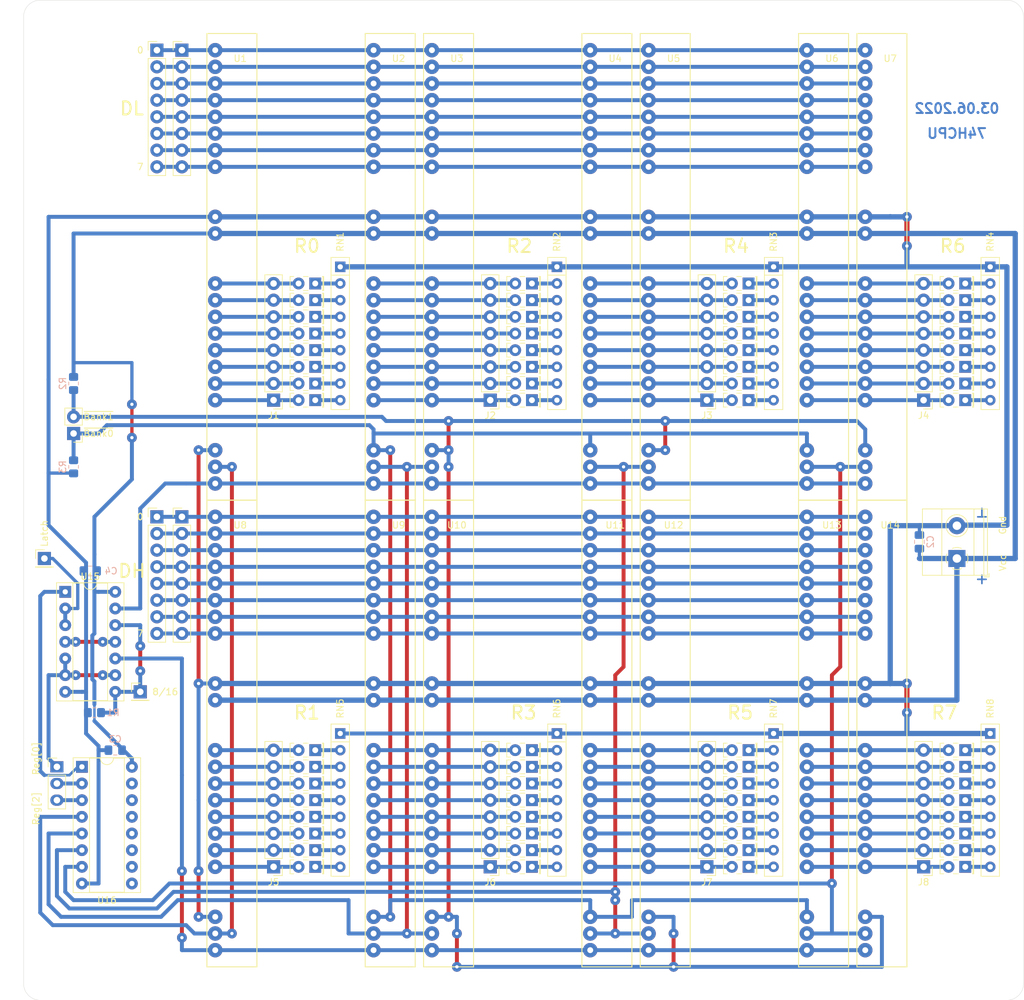
<source format=kicad_pcb>
(kicad_pcb (version 20171130) (host pcbnew "(5.1.8)-1")
  (layers (0 F.Cu signal) (31 B.Cu signal) (34 B.Paste user) (35 F.Paste user) (36 B.SilkS user) (37 F.SilkS user) (38 B.Mask user) (39 F.Mask user) (44 Edge.Cuts user))
  (net 0 "")
  (net 1 "Net-(D1-Pad1)")
  (net 2 "Net-(D2-Pad1)")
  (net 3 "Net-(D3-Pad1)")
  (net 4 "Net-(D4-Pad1)")
  (net 5 "Net-(D5-Pad1)")
  (net 6 "Net-(D6-Pad1)")
  (net 7 "Net-(D7-Pad1)")
  (net 8 "Net-(D8-Pad1)")
  (net 9 /R0.0)
  (net 10 /R0.1)
  (net 11 /R0.2)
  (net 12 /R0.3)
  (net 13 /R0.4)
  (net 14 /R0.5)
  (net 15 /R0.6)
  (net 16 /R0.7)
  (net 17 "Net-(D9-Pad1)")
  (net 18 /R2.0)
  (net 19 /R2.1)
  (net 20 "Net-(D10-Pad1)")
  (net 21 "Net-(D11-Pad1)")
  (net 22 /R2.2)
  (net 23 /R2.3)
  (net 24 "Net-(D12-Pad1)")
  (net 25 "Net-(D13-Pad1)")
  (net 26 /R2.4)
  (net 27 /R2.5)
  (net 28 "Net-(D14-Pad1)")
  (net 29 "Net-(D15-Pad1)")
  (net 30 /R2.6)
  (net 31 /R2.7)
  (net 32 "Net-(D16-Pad1)")
  (net 33 /R4.0)
  (net 34 "Net-(D17-Pad1)")
  (net 35 "Net-(D18-Pad1)")
  (net 36 /R4.1)
  (net 37 /R4.2)
  (net 38 "Net-(D19-Pad1)")
  (net 39 /R4.3)
  (net 40 "Net-(D20-Pad1)")
  (net 41 "Net-(D21-Pad1)")
  (net 42 /R4.4)
  (net 43 /R4.5)
  (net 44 "Net-(D22-Pad1)")
  (net 45 "Net-(D23-Pad1)")
  (net 46 /R4.6)
  (net 47 /R4.7)
  (net 48 "Net-(D24-Pad1)")
  (net 49 /R6.0)
  (net 50 "Net-(D25-Pad1)")
  (net 51 "Net-(D26-Pad1)")
  (net 52 /R6.1)
  (net 53 "Net-(D27-Pad1)")
  (net 54 /R6.2)
  (net 55 "Net-(D28-Pad1)")
  (net 56 /R6.3)
  (net 57 /R6.4)
  (net 58 "Net-(D29-Pad1)")
  (net 59 "Net-(D30-Pad1)")
  (net 60 /R6.5)
  (net 61 /R6.6)
  (net 62 "Net-(D31-Pad1)")
  (net 63 "Net-(D32-Pad1)")
  (net 64 /R6.7)
  (net 65 /R1.0)
  (net 66 "Net-(D33-Pad1)")
  (net 67 "Net-(D34-Pad1)")
  (net 68 /R1.1)
  (net 69 /R1.2)
  (net 70 "Net-(D35-Pad1)")
  (net 71 "Net-(D36-Pad1)")
  (net 72 /R1.3)
  (net 73 /R1.4)
  (net 74 "Net-(D37-Pad1)")
  (net 75 "Net-(D38-Pad1)")
  (net 76 /R1.5)
  (net 77 /R1.6)
  (net 78 "Net-(D39-Pad1)")
  (net 79 "Net-(D40-Pad1)")
  (net 80 /R1.7)
  (net 81 "Net-(D41-Pad1)")
  (net 82 /R3.0)
  (net 83 "Net-(D42-Pad1)")
  (net 84 /R3.1)
  (net 85 /R3.2)
  (net 86 "Net-(D43-Pad1)")
  (net 87 "Net-(D44-Pad1)")
  (net 88 /R3.3)
  (net 89 /R3.4)
  (net 90 "Net-(D45-Pad1)")
  (net 91 "Net-(D46-Pad1)")
  (net 92 /R3.5)
  (net 93 /R3.6)
  (net 94 "Net-(D47-Pad1)")
  (net 95 "Net-(D48-Pad1)")
  (net 96 /R3.7)
  (net 97 /R5.0)
  (net 98 "Net-(D49-Pad1)")
  (net 99 /R5.1)
  (net 100 "Net-(D50-Pad1)")
  (net 101 "Net-(D51-Pad1)")
  (net 102 /R5.2)
  (net 103 "Net-(D52-Pad1)")
  (net 104 /R5.3)
  (net 105 /R5.4)
  (net 106 "Net-(D53-Pad1)")
  (net 107 "Net-(D54-Pad1)")
  (net 108 /R5.5)
  (net 109 /R5.6)
  (net 110 "Net-(D55-Pad1)")
  (net 111 "Net-(D56-Pad1)")
  (net 112 /R5.7)
  (net 113 /R7.0)
  (net 114 "Net-(D57-Pad1)")
  (net 115 /R7.1)
  (net 116 "Net-(D58-Pad1)")
  (net 117 "Net-(D59-Pad1)")
  (net 118 /R7.2)
  (net 119 /R7.3)
  (net 120 "Net-(D60-Pad1)")
  (net 121 "Net-(D61-Pad1)")
  (net 122 /R7.4)
  (net 123 /R7.5)
  (net 124 "Net-(D62-Pad1)")
  (net 125 "Net-(D63-Pad1)")
  (net 126 /R7.6)
  (net 127 /R7.7)
  (net 128 "Net-(D64-Pad1)")
  (net 129 GND)
  (net 130 /DL0)
  (net 131 /DL1)
  (net 132 /DL2)
  (net 133 /DL3)
  (net 134 /DL4)
  (net 135 /DL5)
  (net 136 /DL6)
  (net 137 /DL7)
  (net 138 VCC)
  (net 139 /DH7)
  (net 140 /DH6)
  (net 141 /DH5)
  (net 142 /DH4)
  (net 143 /DH3)
  (net 144 /DH2)
  (net 145 /DH1)
  (net 146 /DH0)
  (net 147 /Reg[2])
  (net 148 /Reg[1])
  (net 149 /Reg[0])
  (net 150 /8\16)
  (net 151 /~Bank1)
  (net 152 /~Bank0)
  (net 153 /~Col0)
  (net 154 /~RowL)
  (net 155 /~Col1)
  (net 156 /~Col2)
  (net 157 /~Col3)
  (net 158 /~RowH)
  (net 159 "Net-(U15-Pad11)")
  (net 160 /Latch)
  (net 161 "Net-(U15-Pad1)")
  (module Connector_PinHeader_2.54mm:PinHeader_1x08_P2.54mm_Vertical (layer F.Cu) (at 52.07 99.06)
    (fp_text reference J17 hide)
    (fp_text value Conn_01x08_Male)
    (pad 8 thru_hole oval (at 0 17.78) (size 2 2) (drill 1) (layers *.Cu *.Mask) (net 139 /DH7))
    (pad 7 thru_hole oval (at 0 15.24) (size 2 2) (drill 1) (layers *.Cu *.Mask) (net 140 /DH6))
    (pad 6 thru_hole oval (at 0 12.7) (size 2 2) (drill 1) (layers *.Cu *.Mask) (net 141 /DH5))
    (pad 5 thru_hole oval (at 0 10.16) (size 2 2) (drill 1) (layers *.Cu *.Mask) (net 142 /DH4))
    (pad 4 thru_hole oval (at 0 7.62) (size 2 2) (drill 1) (layers *.Cu *.Mask) (net 143 /DH3))
    (pad 3 thru_hole oval (at 0 5.08) (size 2 2) (drill 1) (layers *.Cu *.Mask) (net 144 /DH2))
    (pad 2 thru_hole oval (at 0 2.54) (size 2 2) (drill 1) (layers *.Cu *.Mask) (net 145 /DH1))
    (pad 1 thru_hole rect (at 0 0) (size 2 2) (drill 1) (layers *.Cu *.Mask) (net 146 /DH0))
  )
  (module Connector_PinHeader_2.54mm:PinHeader_1x08_P2.54mm_Vertical (layer F.Cu) (at 52.07 27.94)
    (fp_text reference J12 hide)
    (fp_text value Conn_01x08_Male)
    (pad 8 thru_hole oval (at 0 17.78) (size 2 2) (drill 1) (layers *.Cu *.Mask) (net 137 /DL7))
    (pad 7 thru_hole oval (at 0 15.24) (size 2 2) (drill 1) (layers *.Cu *.Mask) (net 136 /DL6))
    (pad 6 thru_hole oval (at 0 12.7) (size 2 2) (drill 1) (layers *.Cu *.Mask) (net 135 /DL5))
    (pad 5 thru_hole oval (at 0 10.16) (size 2 2) (drill 1) (layers *.Cu *.Mask) (net 134 /DL4))
    (pad 4 thru_hole oval (at 0 7.62) (size 2 2) (drill 1) (layers *.Cu *.Mask) (net 133 /DL3))
    (pad 3 thru_hole oval (at 0 5.08) (size 2 2) (drill 1) (layers *.Cu *.Mask) (net 132 /DL2))
    (pad 2 thru_hole oval (at 0 2.54) (size 2 2) (drill 1) (layers *.Cu *.Mask) (net 131 /DL1))
    (pad 1 thru_hole rect (at 0 0) (size 2 2) (drill 1) (layers *.Cu *.Mask) (net 130 /DL0))
  )
  (module CommonLibrary:REG (layer F.Cu) (at 118.11 99.06)
    (fp_text reference U11 (at 3.81 1.27) (layer F.SilkS))
    (fp_text value REG)
    (pad 21 thru_hole circle (at 0 66.04) (size 2.2 2.2) (drill 0.9) (layers *.Cu *.Mask) (net 158 /~RowH))
    (pad 20 thru_hole circle (at 0 63.5) (size 2.2 2.2) (drill 0.9) (layers *.Cu *.Mask) (net 156 /~Col2))
    (pad 19 thru_hole circle (at 0 60.96) (size 2.2 2.2) (drill 0.9) (layers *.Cu *.Mask) (net 152 /~Bank0))
    (pad 18 thru_hole circle (at 0 53.34) (size 2.2 2.2) (drill 0.9) (layers *.Cu *.Mask) (net 97 /R5.0))
    (pad 17 thru_hole circle (at 0 50.8) (size 2.2 2.2) (drill 0.9) (layers *.Cu *.Mask) (net 99 /R5.1))
    (pad 16 thru_hole circle (at 0 48.26) (size 2.2 2.2) (drill 0.9) (layers *.Cu *.Mask) (net 102 /R5.2))
    (pad 15 thru_hole circle (at 0 45.72) (size 2.2 2.2) (drill 0.9) (layers *.Cu *.Mask) (net 104 /R5.3))
    (pad 14 thru_hole circle (at 0 43.18) (size 2.2 2.2) (drill 0.9) (layers *.Cu *.Mask) (net 105 /R5.4))
    (pad 13 thru_hole circle (at 0 40.64) (size 2.2 2.2) (drill 0.9) (layers *.Cu *.Mask) (net 108 /R5.5))
    (pad 12 thru_hole circle (at 0 38.1) (size 2.2 2.2) (drill 0.9) (layers *.Cu *.Mask) (net 109 /R5.6))
    (pad 11 thru_hole circle (at 0 35.56) (size 2.2 2.2) (drill 0.9) (layers *.Cu *.Mask) (net 112 /R5.7))
    (pad 10 thru_hole circle (at 0 27.94) (size 2.2 2.2) (drill 0.9) (layers *.Cu *.Mask) (net 138 VCC))
    (pad 9 thru_hole circle (at 0 25.4) (size 2.2 2.2) (drill 0.9) (layers *.Cu *.Mask) (net 129 GND))
    (pad 8 thru_hole circle (at 0 17.78) (size 2.2 2.2) (drill 0.9) (layers *.Cu *.Mask) (net 139 /DH7))
    (pad 7 thru_hole circle (at 0 15.24) (size 2.2 2.2) (drill 0.9) (layers *.Cu *.Mask) (net 140 /DH6))
    (pad 6 thru_hole circle (at 0 12.7) (size 2.2 2.2) (drill 0.9) (layers *.Cu *.Mask) (net 141 /DH5))
    (pad 5 thru_hole circle (at 0 10.16) (size 2.2 2.2) (drill 0.9) (layers *.Cu *.Mask) (net 142 /DH4))
    (pad 4 thru_hole circle (at 0 7.62) (size 2.2 2.2) (drill 0.9) (layers *.Cu *.Mask) (net 143 /DH3))
    (pad 3 thru_hole circle (at 0 5.08) (size 2.2 2.2) (drill 0.9) (layers *.Cu *.Mask) (net 144 /DH2))
    (pad 2 thru_hole circle (at 0 2.54) (size 2.2 2.2) (drill 0.9) (layers *.Cu *.Mask) (net 145 /DH1))
    (pad 1 thru_hole circle (at 0 0) (size 2.2 2.2) (drill 0.9) (layers *.Cu *.Mask) (net 146 /DH0))
  )
  (module Connector_PinHeader_2.54mm:PinHeader_1x02_P2.54mm_Vertical (layer F.Cu) (at 39.37 86.36 180)
    (fp_text reference J14 hide)
    (fp_text value Conn_01x02_Male)
    (pad 2 thru_hole oval (at 0 2.54 180) (size 2 2) (drill 1) (layers *.Cu *.Mask) (net 151 /~Bank1))
    (pad 1 thru_hole rect (at 0 0 180) (size 2 2) (drill 1) (layers *.Cu *.Mask) (net 152 /~Bank0))
  )
  (module Connector_PinHeader_2.54mm:PinHeader_1x08_P2.54mm_Vertical (layer F.Cu) (at 55.88 99.06)
    (fp_text reference J13 hide)
    (fp_text value Conn_01x08_Male)
    (pad 8 thru_hole oval (at 0 17.78) (size 2 2) (drill 1) (layers *.Cu *.Mask) (net 139 /DH7))
    (pad 7 thru_hole oval (at 0 15.24) (size 2 2) (drill 1) (layers *.Cu *.Mask) (net 140 /DH6))
    (pad 6 thru_hole oval (at 0 12.7) (size 2 2) (drill 1) (layers *.Cu *.Mask) (net 141 /DH5))
    (pad 5 thru_hole oval (at 0 10.16) (size 2 2) (drill 1) (layers *.Cu *.Mask) (net 142 /DH4))
    (pad 4 thru_hole oval (at 0 7.62) (size 2 2) (drill 1) (layers *.Cu *.Mask) (net 143 /DH3))
    (pad 3 thru_hole oval (at 0 5.08) (size 2 2) (drill 1) (layers *.Cu *.Mask) (net 144 /DH2))
    (pad 2 thru_hole oval (at 0 2.54) (size 2 2) (drill 1) (layers *.Cu *.Mask) (net 145 /DH1))
    (pad 1 thru_hole rect (at 0 0) (size 2 2) (drill 1) (layers *.Cu *.Mask) (net 146 /DH0))
  )
  (module Connector_PinHeader_2.54mm:PinHeader_1x01_P2.54mm_Vertical (layer F.Cu) (at 49.53 125.73)
    (fp_text reference J11 hide)
    (fp_text value Conn_01x01_Male)
    (pad 1 thru_hole rect (at 0 0) (size 2 2) (drill 1) (layers *.Cu *.Mask) (net 150 /8\16))
  )
  (module Connector_PinHeader_2.54mm:PinHeader_1x08_P2.54mm_Vertical (layer F.Cu) (at 55.88 27.94)
    (fp_text reference J10 hide)
    (fp_text value Conn_01x08_Male)
    (pad 8 thru_hole oval (at 0 17.78) (size 2 2) (drill 1) (layers *.Cu *.Mask) (net 137 /DL7))
    (pad 7 thru_hole oval (at 0 15.24) (size 2 2) (drill 1) (layers *.Cu *.Mask) (net 136 /DL6))
    (pad 6 thru_hole oval (at 0 12.7) (size 2 2) (drill 1) (layers *.Cu *.Mask) (net 135 /DL5))
    (pad 5 thru_hole oval (at 0 10.16) (size 2 2) (drill 1) (layers *.Cu *.Mask) (net 134 /DL4))
    (pad 4 thru_hole oval (at 0 7.62) (size 2 2) (drill 1) (layers *.Cu *.Mask) (net 133 /DL3))
    (pad 3 thru_hole oval (at 0 5.08) (size 2 2) (drill 1) (layers *.Cu *.Mask) (net 132 /DL2))
    (pad 2 thru_hole oval (at 0 2.54) (size 2 2) (drill 1) (layers *.Cu *.Mask) (net 131 /DL1))
    (pad 1 thru_hole rect (at 0 0) (size 2 2) (drill 1) (layers *.Cu *.Mask) (net 130 /DL0))
  )
  (module Connector_PinHeader_2.54mm:PinHeader_1x03_P2.54mm_Vertical (layer F.Cu) (at 36.83 137.16)
    (fp_text reference J9 hide)
    (fp_text value Conn_01x03_Male)
    (pad 3 thru_hole oval (at 0 5.08) (size 2 1.7) (drill 1) (layers *.Cu *.Mask) (net 147 /Reg[2]))
    (pad 2 thru_hole oval (at 0 2.54) (size 2 1.7) (drill 1) (layers *.Cu *.Mask) (net 148 /Reg[1]))
    (pad 1 thru_hole rect (at 0 0) (size 2 1.7) (drill 1) (layers *.Cu *.Mask) (net 149 /Reg[0]))
  )
  (module MountingHole:MountingHole_3.2mm_M3 (layer F.Cu) (at 179.07 167.64)
    (fp_text reference H5 hide)
    (fp_text value MountingHole)
    (pad 1 np_thru_hole circle (at 0 0) (size 3.2 3.2) (drill 3.2) (layers *.Cu *.Mask))
  )
  (module MountingHole:MountingHole_3.2mm_M3 (layer F.Cu) (at 36.83 167.64)
    (fp_text reference H4 hide)
    (fp_text value MountingHole)
    (pad 1 np_thru_hole circle (at 0 0) (size 3.2 3.2) (drill 3.2) (layers *.Cu *.Mask))
  )
  (module MountingHole:MountingHole_3.2mm_M3 (layer F.Cu) (at 179.07 25.4)
    (fp_text reference H3 hide)
    (fp_text value MountingHole)
    (pad 1 np_thru_hole circle (at 0 0) (size 3.2 3.2) (drill 3.2) (layers *.Cu *.Mask))
  )
  (module MountingHole:MountingHole_3.2mm_M3 (layer F.Cu) (at 107.95 96.52)
    (fp_text reference H2 hide)
    (fp_text value MountingHole)
    (pad 1 np_thru_hole circle (at 0 0) (size 3.2 3.2) (drill 3.2) (layers *.Cu *.Mask))
  )
  (module MountingHole:MountingHole_3.2mm_M3 (layer F.Cu) (at 36.83 25.4)
    (fp_text reference H1 hide)
    (fp_text value MountingHole)
    (pad 1 np_thru_hole circle (at 0 0) (size 3.2 3.2) (drill 3.2) (layers *.Cu *.Mask))
  )
  (module Connector_PinHeader_2.54mm:PinHeader_1x08_P2.54mm_Vertical (layer F.Cu) (at 69.85 81.28 180)
    (fp_text reference J1 (at 0 -2.33) (layer F.SilkS))
    (fp_text value Conn_01x08_Male)
    (pad 8 thru_hole oval (at 0 17.78 180) (size 2 2) (drill 1) (layers *.Cu *.Mask) (net 16 /R0.7))
    (pad 7 thru_hole oval (at 0 15.24 180) (size 2 2) (drill 1) (layers *.Cu *.Mask) (net 15 /R0.6))
    (pad 6 thru_hole oval (at 0 12.7 180) (size 2 2) (drill 1) (layers *.Cu *.Mask) (net 14 /R0.5))
    (pad 5 thru_hole oval (at 0 10.16 180) (size 2 2) (drill 1) (layers *.Cu *.Mask) (net 13 /R0.4))
    (pad 4 thru_hole oval (at 0 7.62 180) (size 2 2) (drill 1) (layers *.Cu *.Mask) (net 12 /R0.3))
    (pad 3 thru_hole oval (at 0 5.08 180) (size 2 2) (drill 1) (layers *.Cu *.Mask) (net 11 /R0.2))
    (pad 2 thru_hole oval (at 0 2.54 180) (size 2 2) (drill 1) (layers *.Cu *.Mask) (net 10 /R0.1))
    (pad 1 thru_hole rect (at 0 0 180) (size 2 2) (drill 1) (layers *.Cu *.Mask) (net 9 /R0.0))
  )
  (module CommonLibrary:REG (layer F.Cu) (at 60.96 27.94)
    (fp_text reference U1 (at 3.81 1.27) (layer F.SilkS))
    (fp_text value REG)
    (pad 1 thru_hole circle (at 0 0) (size 2.2 2.2) (drill 0.9) (layers *.Cu *.Mask) (net 130 /DL0))
    (pad 2 thru_hole circle (at 0 2.54) (size 2.2 2.2) (drill 0.9) (layers *.Cu *.Mask) (net 131 /DL1))
    (pad 3 thru_hole circle (at 0 5.08) (size 2.2 2.2) (drill 0.9) (layers *.Cu *.Mask) (net 132 /DL2))
    (pad 4 thru_hole circle (at 0 7.62) (size 2.2 2.2) (drill 0.9) (layers *.Cu *.Mask) (net 133 /DL3))
    (pad 5 thru_hole circle (at 0 10.16) (size 2.2 2.2) (drill 0.9) (layers *.Cu *.Mask) (net 134 /DL4))
    (pad 6 thru_hole circle (at 0 12.7) (size 2.2 2.2) (drill 0.9) (layers *.Cu *.Mask) (net 135 /DL5))
    (pad 7 thru_hole circle (at 0 15.24) (size 2.2 2.2) (drill 0.9) (layers *.Cu *.Mask) (net 136 /DL6))
    (pad 8 thru_hole circle (at 0 17.78) (size 2.2 2.2) (drill 0.9) (layers *.Cu *.Mask) (net 137 /DL7))
    (pad 9 thru_hole circle (at 0 25.4) (size 2.2 2.2) (drill 0.9) (layers *.Cu *.Mask) (net 129 GND))
    (pad 10 thru_hole circle (at 0 27.94) (size 2.2 2.2) (drill 0.9) (layers *.Cu *.Mask) (net 138 VCC))
    (pad 11 thru_hole circle (at 0 35.56) (size 2.2 2.2) (drill 0.9) (layers *.Cu *.Mask) (net 16 /R0.7))
    (pad 12 thru_hole circle (at 0 38.1) (size 2.2 2.2) (drill 0.9) (layers *.Cu *.Mask) (net 15 /R0.6))
    (pad 13 thru_hole circle (at 0 40.64) (size 2.2 2.2) (drill 0.9) (layers *.Cu *.Mask) (net 14 /R0.5))
    (pad 14 thru_hole circle (at 0 43.18) (size 2.2 2.2) (drill 0.9) (layers *.Cu *.Mask) (net 13 /R0.4))
    (pad 15 thru_hole circle (at 0 45.72) (size 2.2 2.2) (drill 0.9) (layers *.Cu *.Mask) (net 12 /R0.3))
    (pad 16 thru_hole circle (at 0 48.26) (size 2.2 2.2) (drill 0.9) (layers *.Cu *.Mask) (net 11 /R0.2))
    (pad 17 thru_hole circle (at 0 50.8) (size 2.2 2.2) (drill 0.9) (layers *.Cu *.Mask) (net 10 /R0.1))
    (pad 18 thru_hole circle (at 0 53.34) (size 2.2 2.2) (drill 0.9) (layers *.Cu *.Mask) (net 9 /R0.0))
    (pad 19 thru_hole circle (at 0 60.96) (size 2.2 2.2) (drill 0.9) (layers *.Cu *.Mask) (net 129 GND))
    (pad 20 thru_hole circle (at 0 63.5) (size 2.2 2.2) (drill 0.9) (layers *.Cu *.Mask) (net 153 /~Col0))
    (pad 21 thru_hole circle (at 0 66.04) (size 2.2 2.2) (drill 0.9) (layers *.Cu *.Mask) (net 154 /~RowL))
  )
  (module CommonLibrary:REG (layer F.Cu) (at 85.09 27.94)
    (fp_text reference U2 (at 3.81 1.27) (layer F.SilkS))
    (fp_text value REG)
    (pad 1 thru_hole circle (at 0 0) (size 2.2 2.2) (drill 0.9) (layers *.Cu *.Mask) (net 130 /DL0))
    (pad 2 thru_hole circle (at 0 2.54) (size 2.2 2.2) (drill 0.9) (layers *.Cu *.Mask) (net 131 /DL1))
    (pad 3 thru_hole circle (at 0 5.08) (size 2.2 2.2) (drill 0.9) (layers *.Cu *.Mask) (net 132 /DL2))
    (pad 4 thru_hole circle (at 0 7.62) (size 2.2 2.2) (drill 0.9) (layers *.Cu *.Mask) (net 133 /DL3))
    (pad 5 thru_hole circle (at 0 10.16) (size 2.2 2.2) (drill 0.9) (layers *.Cu *.Mask) (net 134 /DL4))
    (pad 6 thru_hole circle (at 0 12.7) (size 2.2 2.2) (drill 0.9) (layers *.Cu *.Mask) (net 135 /DL5))
    (pad 7 thru_hole circle (at 0 15.24) (size 2.2 2.2) (drill 0.9) (layers *.Cu *.Mask) (net 136 /DL6))
    (pad 8 thru_hole circle (at 0 17.78) (size 2.2 2.2) (drill 0.9) (layers *.Cu *.Mask) (net 137 /DL7))
    (pad 9 thru_hole circle (at 0 25.4) (size 2.2 2.2) (drill 0.9) (layers *.Cu *.Mask) (net 129 GND))
    (pad 10 thru_hole circle (at 0 27.94) (size 2.2 2.2) (drill 0.9) (layers *.Cu *.Mask) (net 138 VCC))
    (pad 11 thru_hole circle (at 0 35.56) (size 2.2 2.2) (drill 0.9) (layers *.Cu *.Mask) (net 31 /R2.7))
    (pad 12 thru_hole circle (at 0 38.1) (size 2.2 2.2) (drill 0.9) (layers *.Cu *.Mask) (net 30 /R2.6))
    (pad 13 thru_hole circle (at 0 40.64) (size 2.2 2.2) (drill 0.9) (layers *.Cu *.Mask) (net 27 /R2.5))
    (pad 14 thru_hole circle (at 0 43.18) (size 2.2 2.2) (drill 0.9) (layers *.Cu *.Mask) (net 26 /R2.4))
    (pad 15 thru_hole circle (at 0 45.72) (size 2.2 2.2) (drill 0.9) (layers *.Cu *.Mask) (net 23 /R2.3))
    (pad 16 thru_hole circle (at 0 48.26) (size 2.2 2.2) (drill 0.9) (layers *.Cu *.Mask) (net 22 /R2.2))
    (pad 17 thru_hole circle (at 0 50.8) (size 2.2 2.2) (drill 0.9) (layers *.Cu *.Mask) (net 19 /R2.1))
    (pad 18 thru_hole circle (at 0 53.34) (size 2.2 2.2) (drill 0.9) (layers *.Cu *.Mask) (net 18 /R2.0))
    (pad 19 thru_hole circle (at 0 60.96) (size 2.2 2.2) (drill 0.9) (layers *.Cu *.Mask) (net 152 /~Bank0))
    (pad 20 thru_hole circle (at 0 63.5) (size 2.2 2.2) (drill 0.9) (layers *.Cu *.Mask) (net 155 /~Col1))
    (pad 21 thru_hole circle (at 0 66.04) (size 2.2 2.2) (drill 0.9) (layers *.Cu *.Mask) (net 154 /~RowL))
  )
  (module CommonLibrary:REG (layer F.Cu) (at 93.98 27.94)
    (fp_text reference U3 (at 3.81 1.27) (layer F.SilkS))
    (fp_text value REG)
    (pad 1 thru_hole circle (at 0 0) (size 2.2 2.2) (drill 0.9) (layers *.Cu *.Mask) (net 130 /DL0))
    (pad 2 thru_hole circle (at 0 2.54) (size 2.2 2.2) (drill 0.9) (layers *.Cu *.Mask) (net 131 /DL1))
    (pad 3 thru_hole circle (at 0 5.08) (size 2.2 2.2) (drill 0.9) (layers *.Cu *.Mask) (net 132 /DL2))
    (pad 4 thru_hole circle (at 0 7.62) (size 2.2 2.2) (drill 0.9) (layers *.Cu *.Mask) (net 133 /DL3))
    (pad 5 thru_hole circle (at 0 10.16) (size 2.2 2.2) (drill 0.9) (layers *.Cu *.Mask) (net 134 /DL4))
    (pad 6 thru_hole circle (at 0 12.7) (size 2.2 2.2) (drill 0.9) (layers *.Cu *.Mask) (net 135 /DL5))
    (pad 7 thru_hole circle (at 0 15.24) (size 2.2 2.2) (drill 0.9) (layers *.Cu *.Mask) (net 136 /DL6))
    (pad 8 thru_hole circle (at 0 17.78) (size 2.2 2.2) (drill 0.9) (layers *.Cu *.Mask) (net 137 /DL7))
    (pad 9 thru_hole circle (at 0 25.4) (size 2.2 2.2) (drill 0.9) (layers *.Cu *.Mask) (net 129 GND))
    (pad 10 thru_hole circle (at 0 27.94) (size 2.2 2.2) (drill 0.9) (layers *.Cu *.Mask) (net 138 VCC))
    (pad 11 thru_hole circle (at 0 35.56) (size 2.2 2.2) (drill 0.9) (layers *.Cu *.Mask) (net 31 /R2.7))
    (pad 12 thru_hole circle (at 0 38.1) (size 2.2 2.2) (drill 0.9) (layers *.Cu *.Mask) (net 30 /R2.6))
    (pad 13 thru_hole circle (at 0 40.64) (size 2.2 2.2) (drill 0.9) (layers *.Cu *.Mask) (net 27 /R2.5))
    (pad 14 thru_hole circle (at 0 43.18) (size 2.2 2.2) (drill 0.9) (layers *.Cu *.Mask) (net 26 /R2.4))
    (pad 15 thru_hole circle (at 0 45.72) (size 2.2 2.2) (drill 0.9) (layers *.Cu *.Mask) (net 23 /R2.3))
    (pad 16 thru_hole circle (at 0 48.26) (size 2.2 2.2) (drill 0.9) (layers *.Cu *.Mask) (net 22 /R2.2))
    (pad 17 thru_hole circle (at 0 50.8) (size 2.2 2.2) (drill 0.9) (layers *.Cu *.Mask) (net 19 /R2.1))
    (pad 18 thru_hole circle (at 0 53.34) (size 2.2 2.2) (drill 0.9) (layers *.Cu *.Mask) (net 18 /R2.0))
    (pad 19 thru_hole circle (at 0 60.96) (size 2.2 2.2) (drill 0.9) (layers *.Cu *.Mask) (net 151 /~Bank1))
    (pad 20 thru_hole circle (at 0 63.5) (size 2.2 2.2) (drill 0.9) (layers *.Cu *.Mask) (net 155 /~Col1))
    (pad 21 thru_hole circle (at 0 66.04) (size 2.2 2.2) (drill 0.9) (layers *.Cu *.Mask) (net 154 /~RowL))
  )
  (module CommonLibrary:REG (layer F.Cu) (at 118.11 27.94)
    (fp_text reference U4 (at 3.81 1.27) (layer F.SilkS))
    (fp_text value REG)
    (pad 1 thru_hole circle (at 0 0) (size 2.2 2.2) (drill 0.9) (layers *.Cu *.Mask) (net 130 /DL0))
    (pad 2 thru_hole circle (at 0 2.54) (size 2.2 2.2) (drill 0.9) (layers *.Cu *.Mask) (net 131 /DL1))
    (pad 3 thru_hole circle (at 0 5.08) (size 2.2 2.2) (drill 0.9) (layers *.Cu *.Mask) (net 132 /DL2))
    (pad 4 thru_hole circle (at 0 7.62) (size 2.2 2.2) (drill 0.9) (layers *.Cu *.Mask) (net 133 /DL3))
    (pad 5 thru_hole circle (at 0 10.16) (size 2.2 2.2) (drill 0.9) (layers *.Cu *.Mask) (net 134 /DL4))
    (pad 6 thru_hole circle (at 0 12.7) (size 2.2 2.2) (drill 0.9) (layers *.Cu *.Mask) (net 135 /DL5))
    (pad 7 thru_hole circle (at 0 15.24) (size 2.2 2.2) (drill 0.9) (layers *.Cu *.Mask) (net 136 /DL6))
    (pad 8 thru_hole circle (at 0 17.78) (size 2.2 2.2) (drill 0.9) (layers *.Cu *.Mask) (net 137 /DL7))
    (pad 9 thru_hole circle (at 0 25.4) (size 2.2 2.2) (drill 0.9) (layers *.Cu *.Mask) (net 129 GND))
    (pad 10 thru_hole circle (at 0 27.94) (size 2.2 2.2) (drill 0.9) (layers *.Cu *.Mask) (net 138 VCC))
    (pad 11 thru_hole circle (at 0 35.56) (size 2.2 2.2) (drill 0.9) (layers *.Cu *.Mask) (net 47 /R4.7))
    (pad 12 thru_hole circle (at 0 38.1) (size 2.2 2.2) (drill 0.9) (layers *.Cu *.Mask) (net 46 /R4.6))
    (pad 13 thru_hole circle (at 0 40.64) (size 2.2 2.2) (drill 0.9) (layers *.Cu *.Mask) (net 43 /R4.5))
    (pad 14 thru_hole circle (at 0 43.18) (size 2.2 2.2) (drill 0.9) (layers *.Cu *.Mask) (net 42 /R4.4))
    (pad 15 thru_hole circle (at 0 45.72) (size 2.2 2.2) (drill 0.9) (layers *.Cu *.Mask) (net 39 /R4.3))
    (pad 16 thru_hole circle (at 0 48.26) (size 2.2 2.2) (drill 0.9) (layers *.Cu *.Mask) (net 37 /R4.2))
    (pad 17 thru_hole circle (at 0 50.8) (size 2.2 2.2) (drill 0.9) (layers *.Cu *.Mask) (net 36 /R4.1))
    (pad 18 thru_hole circle (at 0 53.34) (size 2.2 2.2) (drill 0.9) (layers *.Cu *.Mask) (net 33 /R4.0))
    (pad 19 thru_hole circle (at 0 60.96) (size 2.2 2.2) (drill 0.9) (layers *.Cu *.Mask) (net 152 /~Bank0))
    (pad 20 thru_hole circle (at 0 63.5) (size 2.2 2.2) (drill 0.9) (layers *.Cu *.Mask) (net 156 /~Col2))
    (pad 21 thru_hole circle (at 0 66.04) (size 2.2 2.2) (drill 0.9) (layers *.Cu *.Mask) (net 154 /~RowL))
  )
  (module CommonLibrary:REG (layer F.Cu) (at 60.96 99.06)
    (fp_text reference U8 (at 3.81 1.27) (layer F.SilkS))
    (fp_text value REG)
    (pad 21 thru_hole circle (at 0 66.04) (size 2.2 2.2) (drill 0.9) (layers *.Cu *.Mask) (net 158 /~RowH))
    (pad 20 thru_hole circle (at 0 63.5) (size 2.2 2.2) (drill 0.9) (layers *.Cu *.Mask) (net 153 /~Col0))
    (pad 19 thru_hole circle (at 0 60.96) (size 2.2 2.2) (drill 0.9) (layers *.Cu *.Mask) (net 129 GND))
    (pad 18 thru_hole circle (at 0 53.34) (size 2.2 2.2) (drill 0.9) (layers *.Cu *.Mask) (net 65 /R1.0))
    (pad 17 thru_hole circle (at 0 50.8) (size 2.2 2.2) (drill 0.9) (layers *.Cu *.Mask) (net 68 /R1.1))
    (pad 16 thru_hole circle (at 0 48.26) (size 2.2 2.2) (drill 0.9) (layers *.Cu *.Mask) (net 69 /R1.2))
    (pad 15 thru_hole circle (at 0 45.72) (size 2.2 2.2) (drill 0.9) (layers *.Cu *.Mask) (net 72 /R1.3))
    (pad 14 thru_hole circle (at 0 43.18) (size 2.2 2.2) (drill 0.9) (layers *.Cu *.Mask) (net 73 /R1.4))
    (pad 13 thru_hole circle (at 0 40.64) (size 2.2 2.2) (drill 0.9) (layers *.Cu *.Mask) (net 76 /R1.5))
    (pad 12 thru_hole circle (at 0 38.1) (size 2.2 2.2) (drill 0.9) (layers *.Cu *.Mask) (net 77 /R1.6))
    (pad 11 thru_hole circle (at 0 35.56) (size 2.2 2.2) (drill 0.9) (layers *.Cu *.Mask) (net 80 /R1.7))
    (pad 10 thru_hole circle (at 0 27.94) (size 2.2 2.2) (drill 0.9) (layers *.Cu *.Mask) (net 138 VCC))
    (pad 9 thru_hole circle (at 0 25.4) (size 2.2 2.2) (drill 0.9) (layers *.Cu *.Mask) (net 129 GND))
    (pad 8 thru_hole circle (at 0 17.78) (size 2.2 2.2) (drill 0.9) (layers *.Cu *.Mask) (net 139 /DH7))
    (pad 7 thru_hole circle (at 0 15.24) (size 2.2 2.2) (drill 0.9) (layers *.Cu *.Mask) (net 140 /DH6))
    (pad 6 thru_hole circle (at 0 12.7) (size 2.2 2.2) (drill 0.9) (layers *.Cu *.Mask) (net 141 /DH5))
    (pad 5 thru_hole circle (at 0 10.16) (size 2.2 2.2) (drill 0.9) (layers *.Cu *.Mask) (net 142 /DH4))
    (pad 4 thru_hole circle (at 0 7.62) (size 2.2 2.2) (drill 0.9) (layers *.Cu *.Mask) (net 143 /DH3))
    (pad 3 thru_hole circle (at 0 5.08) (size 2.2 2.2) (drill 0.9) (layers *.Cu *.Mask) (net 144 /DH2))
    (pad 2 thru_hole circle (at 0 2.54) (size 2.2 2.2) (drill 0.9) (layers *.Cu *.Mask) (net 145 /DH1))
    (pad 1 thru_hole circle (at 0 0) (size 2.2 2.2) (drill 0.9) (layers *.Cu *.Mask) (net 146 /DH0))
  )
  (module CommonLibrary:REG (layer F.Cu) (at 85.09 99.06)
    (fp_text reference U9 (at 3.81 1.27) (layer F.SilkS))
    (fp_text value REG)
    (pad 21 thru_hole circle (at 0 66.04) (size 2.2 2.2) (drill 0.9) (layers *.Cu *.Mask) (net 158 /~RowH))
    (pad 20 thru_hole circle (at 0 63.5) (size 2.2 2.2) (drill 0.9) (layers *.Cu *.Mask) (net 155 /~Col1))
    (pad 19 thru_hole circle (at 0 60.96) (size 2.2 2.2) (drill 0.9) (layers *.Cu *.Mask) (net 152 /~Bank0))
    (pad 18 thru_hole circle (at 0 53.34) (size 2.2 2.2) (drill 0.9) (layers *.Cu *.Mask) (net 82 /R3.0))
    (pad 17 thru_hole circle (at 0 50.8) (size 2.2 2.2) (drill 0.9) (layers *.Cu *.Mask) (net 84 /R3.1))
    (pad 16 thru_hole circle (at 0 48.26) (size 2.2 2.2) (drill 0.9) (layers *.Cu *.Mask) (net 85 /R3.2))
    (pad 15 thru_hole circle (at 0 45.72) (size 2.2 2.2) (drill 0.9) (layers *.Cu *.Mask) (net 88 /R3.3))
    (pad 14 thru_hole circle (at 0 43.18) (size 2.2 2.2) (drill 0.9) (layers *.Cu *.Mask) (net 89 /R3.4))
    (pad 13 thru_hole circle (at 0 40.64) (size 2.2 2.2) (drill 0.9) (layers *.Cu *.Mask) (net 92 /R3.5))
    (pad 12 thru_hole circle (at 0 38.1) (size 2.2 2.2) (drill 0.9) (layers *.Cu *.Mask) (net 93 /R3.6))
    (pad 11 thru_hole circle (at 0 35.56) (size 2.2 2.2) (drill 0.9) (layers *.Cu *.Mask) (net 96 /R3.7))
    (pad 10 thru_hole circle (at 0 27.94) (size 2.2 2.2) (drill 0.9) (layers *.Cu *.Mask) (net 138 VCC))
    (pad 9 thru_hole circle (at 0 25.4) (size 2.2 2.2) (drill 0.9) (layers *.Cu *.Mask) (net 129 GND))
    (pad 8 thru_hole circle (at 0 17.78) (size 2.2 2.2) (drill 0.9) (layers *.Cu *.Mask) (net 139 /DH7))
    (pad 7 thru_hole circle (at 0 15.24) (size 2.2 2.2) (drill 0.9) (layers *.Cu *.Mask) (net 140 /DH6))
    (pad 6 thru_hole circle (at 0 12.7) (size 2.2 2.2) (drill 0.9) (layers *.Cu *.Mask) (net 141 /DH5))
    (pad 5 thru_hole circle (at 0 10.16) (size 2.2 2.2) (drill 0.9) (layers *.Cu *.Mask) (net 142 /DH4))
    (pad 4 thru_hole circle (at 0 7.62) (size 2.2 2.2) (drill 0.9) (layers *.Cu *.Mask) (net 143 /DH3))
    (pad 3 thru_hole circle (at 0 5.08) (size 2.2 2.2) (drill 0.9) (layers *.Cu *.Mask) (net 144 /DH2))
    (pad 2 thru_hole circle (at 0 2.54) (size 2.2 2.2) (drill 0.9) (layers *.Cu *.Mask) (net 145 /DH1))
    (pad 1 thru_hole circle (at 0 0) (size 2.2 2.2) (drill 0.9) (layers *.Cu *.Mask) (net 146 /DH0))
  )
  (module CommonLibrary:REG (layer F.Cu) (at 93.98 99.06)
    (fp_text reference U10 (at 3.81 1.27) (layer F.SilkS))
    (fp_text value REG)
    (pad 21 thru_hole circle (at 0 66.04) (size 2.2 2.2) (drill 0.9) (layers *.Cu *.Mask) (net 158 /~RowH))
    (pad 20 thru_hole circle (at 0 63.5) (size 2.2 2.2) (drill 0.9) (layers *.Cu *.Mask) (net 155 /~Col1))
    (pad 19 thru_hole circle (at 0 60.96) (size 2.2 2.2) (drill 0.9) (layers *.Cu *.Mask) (net 151 /~Bank1))
    (pad 18 thru_hole circle (at 0 53.34) (size 2.2 2.2) (drill 0.9) (layers *.Cu *.Mask) (net 82 /R3.0))
    (pad 17 thru_hole circle (at 0 50.8) (size 2.2 2.2) (drill 0.9) (layers *.Cu *.Mask) (net 84 /R3.1))
    (pad 16 thru_hole circle (at 0 48.26) (size 2.2 2.2) (drill 0.9) (layers *.Cu *.Mask) (net 85 /R3.2))
    (pad 15 thru_hole circle (at 0 45.72) (size 2.2 2.2) (drill 0.9) (layers *.Cu *.Mask) (net 88 /R3.3))
    (pad 14 thru_hole circle (at 0 43.18) (size 2.2 2.2) (drill 0.9) (layers *.Cu *.Mask) (net 89 /R3.4))
    (pad 13 thru_hole circle (at 0 40.64) (size 2.2 2.2) (drill 0.9) (layers *.Cu *.Mask) (net 92 /R3.5))
    (pad 12 thru_hole circle (at 0 38.1) (size 2.2 2.2) (drill 0.9) (layers *.Cu *.Mask) (net 93 /R3.6))
    (pad 11 thru_hole circle (at 0 35.56) (size 2.2 2.2) (drill 0.9) (layers *.Cu *.Mask) (net 96 /R3.7))
    (pad 10 thru_hole circle (at 0 27.94) (size 2.2 2.2) (drill 0.9) (layers *.Cu *.Mask) (net 138 VCC))
    (pad 9 thru_hole circle (at 0 25.4) (size 2.2 2.2) (drill 0.9) (layers *.Cu *.Mask) (net 129 GND))
    (pad 8 thru_hole circle (at 0 17.78) (size 2.2 2.2) (drill 0.9) (layers *.Cu *.Mask) (net 139 /DH7))
    (pad 7 thru_hole circle (at 0 15.24) (size 2.2 2.2) (drill 0.9) (layers *.Cu *.Mask) (net 140 /DH6))
    (pad 6 thru_hole circle (at 0 12.7) (size 2.2 2.2) (drill 0.9) (layers *.Cu *.Mask) (net 141 /DH5))
    (pad 5 thru_hole circle (at 0 10.16) (size 2.2 2.2) (drill 0.9) (layers *.Cu *.Mask) (net 142 /DH4))
    (pad 4 thru_hole circle (at 0 7.62) (size 2.2 2.2) (drill 0.9) (layers *.Cu *.Mask) (net 143 /DH3))
    (pad 3 thru_hole circle (at 0 5.08) (size 2.2 2.2) (drill 0.9) (layers *.Cu *.Mask) (net 144 /DH2))
    (pad 2 thru_hole circle (at 0 2.54) (size 2.2 2.2) (drill 0.9) (layers *.Cu *.Mask) (net 145 /DH1))
    (pad 1 thru_hole circle (at 0 0) (size 2.2 2.2) (drill 0.9) (layers *.Cu *.Mask) (net 146 /DH0))
  )
  (module LED_THT:LED_Rectangular_W5.0mm_H2.0mm (layer F.Cu) (at 76.2 81.28 180)
    (fp_text reference D1 hide)
    (fp_text value LED)
    (pad 1 thru_hole rect (at 0 0 180) (size 1.8 1.8) (drill 0.9) (layers *.Cu *.Mask) (net 1 "Net-(D1-Pad1)"))
    (pad 2 thru_hole circle (at 2.54 0 180) (size 1.8 1.8) (drill 0.9) (layers *.Cu *.Mask) (net 9 /R0.0))
  )
  (module LED_THT:LED_Rectangular_W5.0mm_H2.0mm (layer F.Cu) (at 76.2 78.74 180)
    (fp_text reference D2 hide)
    (fp_text value LED)
    (pad 2 thru_hole circle (at 2.54 0 180) (size 1.8 1.8) (drill 0.9) (layers *.Cu *.Mask) (net 10 /R0.1))
    (pad 1 thru_hole rect (at 0 0 180) (size 1.8 1.8) (drill 0.9) (layers *.Cu *.Mask) (net 2 "Net-(D2-Pad1)"))
  )
  (module LED_THT:LED_Rectangular_W5.0mm_H2.0mm (layer F.Cu) (at 76.2 76.2 180)
    (fp_text reference D3 hide)
    (fp_text value LED)
    (pad 1 thru_hole rect (at 0 0 180) (size 1.8 1.8) (drill 0.9) (layers *.Cu *.Mask) (net 3 "Net-(D3-Pad1)"))
    (pad 2 thru_hole circle (at 2.54 0 180) (size 1.8 1.8) (drill 0.9) (layers *.Cu *.Mask) (net 11 /R0.2))
  )
  (module LED_THT:LED_Rectangular_W5.0mm_H2.0mm (layer F.Cu) (at 76.2 73.66 180)
    (fp_text reference D4 hide)
    (fp_text value LED)
    (pad 2 thru_hole circle (at 2.54 0 180) (size 1.8 1.8) (drill 0.9) (layers *.Cu *.Mask) (net 12 /R0.3))
    (pad 1 thru_hole rect (at 0 0 180) (size 1.8 1.8) (drill 0.9) (layers *.Cu *.Mask) (net 4 "Net-(D4-Pad1)"))
  )
  (module LED_THT:LED_Rectangular_W5.0mm_H2.0mm (layer F.Cu) (at 76.2 71.12 180)
    (fp_text reference D5 hide)
    (fp_text value LED)
    (pad 1 thru_hole rect (at 0 0 180) (size 1.8 1.8) (drill 0.9) (layers *.Cu *.Mask) (net 5 "Net-(D5-Pad1)"))
    (pad 2 thru_hole circle (at 2.54 0 180) (size 1.8 1.8) (drill 0.9) (layers *.Cu *.Mask) (net 13 /R0.4))
  )
  (module LED_THT:LED_Rectangular_W5.0mm_H2.0mm (layer F.Cu) (at 76.2 68.58 180)
    (fp_text reference D6 hide)
    (fp_text value LED)
    (pad 2 thru_hole circle (at 2.54 0 180) (size 1.8 1.8) (drill 0.9) (layers *.Cu *.Mask) (net 14 /R0.5))
    (pad 1 thru_hole rect (at 0 0 180) (size 1.8 1.8) (drill 0.9) (layers *.Cu *.Mask) (net 6 "Net-(D6-Pad1)"))
  )
  (module LED_THT:LED_Rectangular_W5.0mm_H2.0mm (layer F.Cu) (at 76.2 66.04 180)
    (fp_text reference D7 hide)
    (fp_text value LED)
    (pad 1 thru_hole rect (at 0 0 180) (size 1.8 1.8) (drill 0.9) (layers *.Cu *.Mask) (net 7 "Net-(D7-Pad1)"))
    (pad 2 thru_hole circle (at 2.54 0 180) (size 1.8 1.8) (drill 0.9) (layers *.Cu *.Mask) (net 15 /R0.6))
  )
  (module LED_THT:LED_Rectangular_W5.0mm_H2.0mm (layer F.Cu) (at 76.2 63.5 180)
    (fp_text reference D8 hide)
    (fp_text value LED)
    (pad 2 thru_hole circle (at 2.54 0 180) (size 1.8 1.8) (drill 0.9) (layers *.Cu *.Mask) (net 16 /R0.7))
    (pad 1 thru_hole rect (at 0 0 180) (size 1.8 1.8) (drill 0.9) (layers *.Cu *.Mask) (net 8 "Net-(D8-Pad1)"))
  )
  (module Resistor_THT:R_Array_SIP9 (layer F.Cu) (at 80.01 60.96 270)
    (fp_text reference RN1 (at -3.81 0 270) (layer F.SilkS))
    (fp_text value R_Network08)
    (pad 1 thru_hole rect (at 0 0 270) (size 1.6 1.6) (drill 0.8) (layers *.Cu *.Mask) (net 129 GND))
    (pad 2 thru_hole oval (at 2.54 0 270) (size 1.6 1.6) (drill 0.8) (layers *.Cu *.Mask) (net 8 "Net-(D8-Pad1)"))
    (pad 3 thru_hole oval (at 5.08 0 270) (size 1.6 1.6) (drill 0.8) (layers *.Cu *.Mask) (net 7 "Net-(D7-Pad1)"))
    (pad 4 thru_hole oval (at 7.62 0 270) (size 1.6 1.6) (drill 0.8) (layers *.Cu *.Mask) (net 6 "Net-(D6-Pad1)"))
    (pad 5 thru_hole oval (at 10.16 0 270) (size 1.6 1.6) (drill 0.8) (layers *.Cu *.Mask) (net 5 "Net-(D5-Pad1)"))
    (pad 6 thru_hole oval (at 12.7 0 270) (size 1.6 1.6) (drill 0.8) (layers *.Cu *.Mask) (net 4 "Net-(D4-Pad1)"))
    (pad 7 thru_hole oval (at 15.24 0 270) (size 1.6 1.6) (drill 0.8) (layers *.Cu *.Mask) (net 3 "Net-(D3-Pad1)"))
    (pad 8 thru_hole oval (at 17.78 0 270) (size 1.6 1.6) (drill 0.8) (layers *.Cu *.Mask) (net 2 "Net-(D2-Pad1)"))
    (pad 9 thru_hole oval (at 20.32 0 270) (size 1.6 1.6) (drill 0.8) (layers *.Cu *.Mask) (net 1 "Net-(D1-Pad1)"))
  )
  (module CommonLibrary:REG (layer F.Cu) (at 127 27.94)
    (fp_text reference U5 (at 3.81 1.27) (layer F.SilkS))
    (fp_text value REG)
    (pad 1 thru_hole circle (at 0 0) (size 2.2 2.2) (drill 0.9) (layers *.Cu *.Mask) (net 130 /DL0))
    (pad 2 thru_hole circle (at 0 2.54) (size 2.2 2.2) (drill 0.9) (layers *.Cu *.Mask) (net 131 /DL1))
    (pad 3 thru_hole circle (at 0 5.08) (size 2.2 2.2) (drill 0.9) (layers *.Cu *.Mask) (net 132 /DL2))
    (pad 4 thru_hole circle (at 0 7.62) (size 2.2 2.2) (drill 0.9) (layers *.Cu *.Mask) (net 133 /DL3))
    (pad 5 thru_hole circle (at 0 10.16) (size 2.2 2.2) (drill 0.9) (layers *.Cu *.Mask) (net 134 /DL4))
    (pad 6 thru_hole circle (at 0 12.7) (size 2.2 2.2) (drill 0.9) (layers *.Cu *.Mask) (net 135 /DL5))
    (pad 7 thru_hole circle (at 0 15.24) (size 2.2 2.2) (drill 0.9) (layers *.Cu *.Mask) (net 136 /DL6))
    (pad 8 thru_hole circle (at 0 17.78) (size 2.2 2.2) (drill 0.9) (layers *.Cu *.Mask) (net 137 /DL7))
    (pad 9 thru_hole circle (at 0 25.4) (size 2.2 2.2) (drill 0.9) (layers *.Cu *.Mask) (net 129 GND))
    (pad 10 thru_hole circle (at 0 27.94) (size 2.2 2.2) (drill 0.9) (layers *.Cu *.Mask) (net 138 VCC))
    (pad 11 thru_hole circle (at 0 35.56) (size 2.2 2.2) (drill 0.9) (layers *.Cu *.Mask) (net 47 /R4.7))
    (pad 12 thru_hole circle (at 0 38.1) (size 2.2 2.2) (drill 0.9) (layers *.Cu *.Mask) (net 46 /R4.6))
    (pad 13 thru_hole circle (at 0 40.64) (size 2.2 2.2) (drill 0.9) (layers *.Cu *.Mask) (net 43 /R4.5))
    (pad 14 thru_hole circle (at 0 43.18) (size 2.2 2.2) (drill 0.9) (layers *.Cu *.Mask) (net 42 /R4.4))
    (pad 15 thru_hole circle (at 0 45.72) (size 2.2 2.2) (drill 0.9) (layers *.Cu *.Mask) (net 39 /R4.3))
    (pad 16 thru_hole circle (at 0 48.26) (size 2.2 2.2) (drill 0.9) (layers *.Cu *.Mask) (net 37 /R4.2))
    (pad 17 thru_hole circle (at 0 50.8) (size 2.2 2.2) (drill 0.9) (layers *.Cu *.Mask) (net 36 /R4.1))
    (pad 18 thru_hole circle (at 0 53.34) (size 2.2 2.2) (drill 0.9) (layers *.Cu *.Mask) (net 33 /R4.0))
    (pad 19 thru_hole circle (at 0 60.96) (size 2.2 2.2) (drill 0.9) (layers *.Cu *.Mask) (net 151 /~Bank1))
    (pad 20 thru_hole circle (at 0 63.5) (size 2.2 2.2) (drill 0.9) (layers *.Cu *.Mask) (net 156 /~Col2))
    (pad 21 thru_hole circle (at 0 66.04) (size 2.2 2.2) (drill 0.9) (layers *.Cu *.Mask) (net 154 /~RowL))
  )
  (module CommonLibrary:REG (layer F.Cu) (at 151.13 27.94)
    (fp_text reference U6 (at 3.81 1.27) (layer F.SilkS))
    (fp_text value REG)
    (pad 1 thru_hole circle (at 0 0) (size 2.2 2.2) (drill 0.9) (layers *.Cu *.Mask) (net 130 /DL0))
    (pad 2 thru_hole circle (at 0 2.54) (size 2.2 2.2) (drill 0.9) (layers *.Cu *.Mask) (net 131 /DL1))
    (pad 3 thru_hole circle (at 0 5.08) (size 2.2 2.2) (drill 0.9) (layers *.Cu *.Mask) (net 132 /DL2))
    (pad 4 thru_hole circle (at 0 7.62) (size 2.2 2.2) (drill 0.9) (layers *.Cu *.Mask) (net 133 /DL3))
    (pad 5 thru_hole circle (at 0 10.16) (size 2.2 2.2) (drill 0.9) (layers *.Cu *.Mask) (net 134 /DL4))
    (pad 6 thru_hole circle (at 0 12.7) (size 2.2 2.2) (drill 0.9) (layers *.Cu *.Mask) (net 135 /DL5))
    (pad 7 thru_hole circle (at 0 15.24) (size 2.2 2.2) (drill 0.9) (layers *.Cu *.Mask) (net 136 /DL6))
    (pad 8 thru_hole circle (at 0 17.78) (size 2.2 2.2) (drill 0.9) (layers *.Cu *.Mask) (net 137 /DL7))
    (pad 9 thru_hole circle (at 0 25.4) (size 2.2 2.2) (drill 0.9) (layers *.Cu *.Mask) (net 129 GND))
    (pad 10 thru_hole circle (at 0 27.94) (size 2.2 2.2) (drill 0.9) (layers *.Cu *.Mask) (net 138 VCC))
    (pad 11 thru_hole circle (at 0 35.56) (size 2.2 2.2) (drill 0.9) (layers *.Cu *.Mask) (net 64 /R6.7))
    (pad 12 thru_hole circle (at 0 38.1) (size 2.2 2.2) (drill 0.9) (layers *.Cu *.Mask) (net 61 /R6.6))
    (pad 13 thru_hole circle (at 0 40.64) (size 2.2 2.2) (drill 0.9) (layers *.Cu *.Mask) (net 60 /R6.5))
    (pad 14 thru_hole circle (at 0 43.18) (size 2.2 2.2) (drill 0.9) (layers *.Cu *.Mask) (net 57 /R6.4))
    (pad 15 thru_hole circle (at 0 45.72) (size 2.2 2.2) (drill 0.9) (layers *.Cu *.Mask) (net 56 /R6.3))
    (pad 16 thru_hole circle (at 0 48.26) (size 2.2 2.2) (drill 0.9) (layers *.Cu *.Mask) (net 54 /R6.2))
    (pad 17 thru_hole circle (at 0 50.8) (size 2.2 2.2) (drill 0.9) (layers *.Cu *.Mask) (net 52 /R6.1))
    (pad 18 thru_hole circle (at 0 53.34) (size 2.2 2.2) (drill 0.9) (layers *.Cu *.Mask) (net 49 /R6.0))
    (pad 19 thru_hole circle (at 0 60.96) (size 2.2 2.2) (drill 0.9) (layers *.Cu *.Mask) (net 152 /~Bank0))
    (pad 20 thru_hole circle (at 0 63.5) (size 2.2 2.2) (drill 0.9) (layers *.Cu *.Mask) (net 157 /~Col3))
    (pad 21 thru_hole circle (at 0 66.04) (size 2.2 2.2) (drill 0.9) (layers *.Cu *.Mask) (net 154 /~RowL))
  )
  (module CommonLibrary:REG (layer F.Cu) (at 160.02 27.94)
    (fp_text reference U7 (at 3.81 1.27) (layer F.SilkS))
    (fp_text value REG)
    (pad 1 thru_hole circle (at 0 0) (size 2.2 2.2) (drill 0.9) (layers *.Cu *.Mask) (net 130 /DL0))
    (pad 2 thru_hole circle (at 0 2.54) (size 2.2 2.2) (drill 0.9) (layers *.Cu *.Mask) (net 131 /DL1))
    (pad 3 thru_hole circle (at 0 5.08) (size 2.2 2.2) (drill 0.9) (layers *.Cu *.Mask) (net 132 /DL2))
    (pad 4 thru_hole circle (at 0 7.62) (size 2.2 2.2) (drill 0.9) (layers *.Cu *.Mask) (net 133 /DL3))
    (pad 5 thru_hole circle (at 0 10.16) (size 2.2 2.2) (drill 0.9) (layers *.Cu *.Mask) (net 134 /DL4))
    (pad 6 thru_hole circle (at 0 12.7) (size 2.2 2.2) (drill 0.9) (layers *.Cu *.Mask) (net 135 /DL5))
    (pad 7 thru_hole circle (at 0 15.24) (size 2.2 2.2) (drill 0.9) (layers *.Cu *.Mask) (net 136 /DL6))
    (pad 8 thru_hole circle (at 0 17.78) (size 2.2 2.2) (drill 0.9) (layers *.Cu *.Mask) (net 137 /DL7))
    (pad 9 thru_hole circle (at 0 25.4) (size 2.2 2.2) (drill 0.9) (layers *.Cu *.Mask) (net 129 GND))
    (pad 10 thru_hole circle (at 0 27.94) (size 2.2 2.2) (drill 0.9) (layers *.Cu *.Mask) (net 138 VCC))
    (pad 11 thru_hole circle (at 0 35.56) (size 2.2 2.2) (drill 0.9) (layers *.Cu *.Mask) (net 64 /R6.7))
    (pad 12 thru_hole circle (at 0 38.1) (size 2.2 2.2) (drill 0.9) (layers *.Cu *.Mask) (net 61 /R6.6))
    (pad 13 thru_hole circle (at 0 40.64) (size 2.2 2.2) (drill 0.9) (layers *.Cu *.Mask) (net 60 /R6.5))
    (pad 14 thru_hole circle (at 0 43.18) (size 2.2 2.2) (drill 0.9) (layers *.Cu *.Mask) (net 57 /R6.4))
    (pad 15 thru_hole circle (at 0 45.72) (size 2.2 2.2) (drill 0.9) (layers *.Cu *.Mask) (net 56 /R6.3))
    (pad 16 thru_hole circle (at 0 48.26) (size 2.2 2.2) (drill 0.9) (layers *.Cu *.Mask) (net 54 /R6.2))
    (pad 17 thru_hole circle (at 0 50.8) (size 2.2 2.2) (drill 0.9) (layers *.Cu *.Mask) (net 52 /R6.1))
    (pad 18 thru_hole circle (at 0 53.34) (size 2.2 2.2) (drill 0.9) (layers *.Cu *.Mask) (net 49 /R6.0))
    (pad 19 thru_hole circle (at 0 60.96) (size 2.2 2.2) (drill 0.9) (layers *.Cu *.Mask) (net 151 /~Bank1))
    (pad 20 thru_hole circle (at 0 63.5) (size 2.2 2.2) (drill 0.9) (layers *.Cu *.Mask) (net 157 /~Col3))
    (pad 21 thru_hole circle (at 0 66.04) (size 2.2 2.2) (drill 0.9) (layers *.Cu *.Mask) (net 154 /~RowL))
  )
  (module CommonLibrary:REG (layer F.Cu) (at 127 99.06)
    (fp_text reference U12 (at 3.81 1.27) (layer F.SilkS))
    (fp_text value REG)
    (pad 21 thru_hole circle (at 0 66.04) (size 2.2 2.2) (drill 0.9) (layers *.Cu *.Mask) (net 158 /~RowH))
    (pad 20 thru_hole circle (at 0 63.5) (size 2.2 2.2) (drill 0.9) (layers *.Cu *.Mask) (net 156 /~Col2))
    (pad 19 thru_hole circle (at 0 60.96) (size 2.2 2.2) (drill 0.9) (layers *.Cu *.Mask) (net 151 /~Bank1))
    (pad 18 thru_hole circle (at 0 53.34) (size 2.2 2.2) (drill 0.9) (layers *.Cu *.Mask) (net 97 /R5.0))
    (pad 17 thru_hole circle (at 0 50.8) (size 2.2 2.2) (drill 0.9) (layers *.Cu *.Mask) (net 99 /R5.1))
    (pad 16 thru_hole circle (at 0 48.26) (size 2.2 2.2) (drill 0.9) (layers *.Cu *.Mask) (net 102 /R5.2))
    (pad 15 thru_hole circle (at 0 45.72) (size 2.2 2.2) (drill 0.9) (layers *.Cu *.Mask) (net 104 /R5.3))
    (pad 14 thru_hole circle (at 0 43.18) (size 2.2 2.2) (drill 0.9) (layers *.Cu *.Mask) (net 105 /R5.4))
    (pad 13 thru_hole circle (at 0 40.64) (size 2.2 2.2) (drill 0.9) (layers *.Cu *.Mask) (net 108 /R5.5))
    (pad 12 thru_hole circle (at 0 38.1) (size 2.2 2.2) (drill 0.9) (layers *.Cu *.Mask) (net 109 /R5.6))
    (pad 11 thru_hole circle (at 0 35.56) (size 2.2 2.2) (drill 0.9) (layers *.Cu *.Mask) (net 112 /R5.7))
    (pad 10 thru_hole circle (at 0 27.94) (size 2.2 2.2) (drill 0.9) (layers *.Cu *.Mask) (net 138 VCC))
    (pad 9 thru_hole circle (at 0 25.4) (size 2.2 2.2) (drill 0.9) (layers *.Cu *.Mask) (net 129 GND))
    (pad 8 thru_hole circle (at 0 17.78) (size 2.2 2.2) (drill 0.9) (layers *.Cu *.Mask) (net 139 /DH7))
    (pad 7 thru_hole circle (at 0 15.24) (size 2.2 2.2) (drill 0.9) (layers *.Cu *.Mask) (net 140 /DH6))
    (pad 6 thru_hole circle (at 0 12.7) (size 2.2 2.2) (drill 0.9) (layers *.Cu *.Mask) (net 141 /DH5))
    (pad 5 thru_hole circle (at 0 10.16) (size 2.2 2.2) (drill 0.9) (layers *.Cu *.Mask) (net 142 /DH4))
    (pad 4 thru_hole circle (at 0 7.62) (size 2.2 2.2) (drill 0.9) (layers *.Cu *.Mask) (net 143 /DH3))
    (pad 3 thru_hole circle (at 0 5.08) (size 2.2 2.2) (drill 0.9) (layers *.Cu *.Mask) (net 144 /DH2))
    (pad 2 thru_hole circle (at 0 2.54) (size 2.2 2.2) (drill 0.9) (layers *.Cu *.Mask) (net 145 /DH1))
    (pad 1 thru_hole circle (at 0 0) (size 2.2 2.2) (drill 0.9) (layers *.Cu *.Mask) (net 146 /DH0))
  )
  (module CommonLibrary:REG (layer F.Cu) (at 151.13 99.06)
    (fp_text reference U13 (at 3.81 1.27) (layer F.SilkS))
    (fp_text value REG)
    (pad 21 thru_hole circle (at 0 66.04) (size 2.2 2.2) (drill 0.9) (layers *.Cu *.Mask) (net 158 /~RowH))
    (pad 20 thru_hole circle (at 0 63.5) (size 2.2 2.2) (drill 0.9) (layers *.Cu *.Mask) (net 157 /~Col3))
    (pad 19 thru_hole circle (at 0 60.96) (size 2.2 2.2) (drill 0.9) (layers *.Cu *.Mask) (net 152 /~Bank0))
    (pad 18 thru_hole circle (at 0 53.34) (size 2.2 2.2) (drill 0.9) (layers *.Cu *.Mask) (net 113 /R7.0))
    (pad 17 thru_hole circle (at 0 50.8) (size 2.2 2.2) (drill 0.9) (layers *.Cu *.Mask) (net 115 /R7.1))
    (pad 16 thru_hole circle (at 0 48.26) (size 2.2 2.2) (drill 0.9) (layers *.Cu *.Mask) (net 118 /R7.2))
    (pad 15 thru_hole circle (at 0 45.72) (size 2.2 2.2) (drill 0.9) (layers *.Cu *.Mask) (net 119 /R7.3))
    (pad 14 thru_hole circle (at 0 43.18) (size 2.2 2.2) (drill 0.9) (layers *.Cu *.Mask) (net 122 /R7.4))
    (pad 13 thru_hole circle (at 0 40.64) (size 2.2 2.2) (drill 0.9) (layers *.Cu *.Mask) (net 123 /R7.5))
    (pad 12 thru_hole circle (at 0 38.1) (size 2.2 2.2) (drill 0.9) (layers *.Cu *.Mask) (net 126 /R7.6))
    (pad 11 thru_hole circle (at 0 35.56) (size 2.2 2.2) (drill 0.9) (layers *.Cu *.Mask) (net 127 /R7.7))
    (pad 10 thru_hole circle (at 0 27.94) (size 2.2 2.2) (drill 0.9) (layers *.Cu *.Mask) (net 138 VCC))
    (pad 9 thru_hole circle (at 0 25.4) (size 2.2 2.2) (drill 0.9) (layers *.Cu *.Mask) (net 129 GND))
    (pad 8 thru_hole circle (at 0 17.78) (size 2.2 2.2) (drill 0.9) (layers *.Cu *.Mask) (net 139 /DH7))
    (pad 7 thru_hole circle (at 0 15.24) (size 2.2 2.2) (drill 0.9) (layers *.Cu *.Mask) (net 140 /DH6))
    (pad 6 thru_hole circle (at 0 12.7) (size 2.2 2.2) (drill 0.9) (layers *.Cu *.Mask) (net 141 /DH5))
    (pad 5 thru_hole circle (at 0 10.16) (size 2.2 2.2) (drill 0.9) (layers *.Cu *.Mask) (net 142 /DH4))
    (pad 4 thru_hole circle (at 0 7.62) (size 2.2 2.2) (drill 0.9) (layers *.Cu *.Mask) (net 143 /DH3))
    (pad 3 thru_hole circle (at 0 5.08) (size 2.2 2.2) (drill 0.9) (layers *.Cu *.Mask) (net 144 /DH2))
    (pad 2 thru_hole circle (at 0 2.54) (size 2.2 2.2) (drill 0.9) (layers *.Cu *.Mask) (net 145 /DH1))
    (pad 1 thru_hole circle (at 0 0) (size 2.2 2.2) (drill 0.9) (layers *.Cu *.Mask) (net 146 /DH0))
  )
  (module CommonLibrary:REG (layer F.Cu) (at 160.02 99.06)
    (fp_text reference U14 (at 3.81 1.27) (layer F.SilkS))
    (fp_text value REG)
    (pad 1 thru_hole circle (at 0 0) (size 2.2 2.2) (drill 0.9) (layers *.Cu *.Mask) (net 146 /DH0))
    (pad 2 thru_hole circle (at 0 2.54) (size 2.2 2.2) (drill 0.9) (layers *.Cu *.Mask) (net 145 /DH1))
    (pad 3 thru_hole circle (at 0 5.08) (size 2.2 2.2) (drill 0.9) (layers *.Cu *.Mask) (net 144 /DH2))
    (pad 4 thru_hole circle (at 0 7.62) (size 2.2 2.2) (drill 0.9) (layers *.Cu *.Mask) (net 143 /DH3))
    (pad 5 thru_hole circle (at 0 10.16) (size 2.2 2.2) (drill 0.9) (layers *.Cu *.Mask) (net 142 /DH4))
    (pad 6 thru_hole circle (at 0 12.7) (size 2.2 2.2) (drill 0.9) (layers *.Cu *.Mask) (net 141 /DH5))
    (pad 7 thru_hole circle (at 0 15.24) (size 2.2 2.2) (drill 0.9) (layers *.Cu *.Mask) (net 140 /DH6))
    (pad 8 thru_hole circle (at 0 17.78) (size 2.2 2.2) (drill 0.9) (layers *.Cu *.Mask) (net 139 /DH7))
    (pad 9 thru_hole circle (at 0 25.4) (size 2.2 2.2) (drill 0.9) (layers *.Cu *.Mask) (net 129 GND))
    (pad 10 thru_hole circle (at 0 27.94) (size 2.2 2.2) (drill 0.9) (layers *.Cu *.Mask) (net 138 VCC))
    (pad 11 thru_hole circle (at 0 35.56) (size 2.2 2.2) (drill 0.9) (layers *.Cu *.Mask) (net 127 /R7.7))
    (pad 12 thru_hole circle (at 0 38.1) (size 2.2 2.2) (drill 0.9) (layers *.Cu *.Mask) (net 126 /R7.6))
    (pad 13 thru_hole circle (at 0 40.64) (size 2.2 2.2) (drill 0.9) (layers *.Cu *.Mask) (net 123 /R7.5))
    (pad 14 thru_hole circle (at 0 43.18) (size 2.2 2.2) (drill 0.9) (layers *.Cu *.Mask) (net 122 /R7.4))
    (pad 15 thru_hole circle (at 0 45.72) (size 2.2 2.2) (drill 0.9) (layers *.Cu *.Mask) (net 119 /R7.3))
    (pad 16 thru_hole circle (at 0 48.26) (size 2.2 2.2) (drill 0.9) (layers *.Cu *.Mask) (net 118 /R7.2))
    (pad 17 thru_hole circle (at 0 50.8) (size 2.2 2.2) (drill 0.9) (layers *.Cu *.Mask) (net 115 /R7.1))
    (pad 18 thru_hole circle (at 0 53.34) (size 2.2 2.2) (drill 0.9) (layers *.Cu *.Mask) (net 113 /R7.0))
    (pad 19 thru_hole circle (at 0 60.96) (size 2.2 2.2) (drill 0.9) (layers *.Cu *.Mask) (net 151 /~Bank1))
    (pad 20 thru_hole circle (at 0 63.5) (size 2.2 2.2) (drill 0.9) (layers *.Cu *.Mask) (net 157 /~Col3))
    (pad 21 thru_hole circle (at 0 66.04) (size 2.2 2.2) (drill 0.9) (layers *.Cu *.Mask) (net 158 /~RowH))
  )
  (module LED_THT:LED_Rectangular_W5.0mm_H2.0mm (layer F.Cu) (at 109.22 81.28 180)
    (fp_text reference D9 hide)
    (fp_text value LED)
    (pad 1 thru_hole rect (at 0 0 180) (size 1.8 1.8) (drill 0.9) (layers *.Cu *.Mask) (net 17 "Net-(D9-Pad1)"))
    (pad 2 thru_hole circle (at 2.54 0 180) (size 1.8 1.8) (drill 0.9) (layers *.Cu *.Mask) (net 18 /R2.0))
  )
  (module LED_THT:LED_Rectangular_W5.0mm_H2.0mm (layer F.Cu) (at 109.22 78.74 180)
    (fp_text reference D10 hide)
    (fp_text value LED)
    (pad 2 thru_hole circle (at 2.54 0 180) (size 1.8 1.8) (drill 0.9) (layers *.Cu *.Mask) (net 19 /R2.1))
    (pad 1 thru_hole rect (at 0 0 180) (size 1.8 1.8) (drill 0.9) (layers *.Cu *.Mask) (net 20 "Net-(D10-Pad1)"))
  )
  (module LED_THT:LED_Rectangular_W5.0mm_H2.0mm (layer F.Cu) (at 109.22 76.2 180)
    (fp_text reference D11 hide)
    (fp_text value LED)
    (pad 1 thru_hole rect (at 0 0 180) (size 1.8 1.8) (drill 0.9) (layers *.Cu *.Mask) (net 21 "Net-(D11-Pad1)"))
    (pad 2 thru_hole circle (at 2.54 0 180) (size 1.8 1.8) (drill 0.9) (layers *.Cu *.Mask) (net 22 /R2.2))
  )
  (module LED_THT:LED_Rectangular_W5.0mm_H2.0mm (layer F.Cu) (at 109.22 73.66 180)
    (fp_text reference D12 hide)
    (fp_text value LED)
    (pad 2 thru_hole circle (at 2.54 0 180) (size 1.8 1.8) (drill 0.9) (layers *.Cu *.Mask) (net 23 /R2.3))
    (pad 1 thru_hole rect (at 0 0 180) (size 1.8 1.8) (drill 0.9) (layers *.Cu *.Mask) (net 24 "Net-(D12-Pad1)"))
  )
  (module LED_THT:LED_Rectangular_W5.0mm_H2.0mm (layer F.Cu) (at 109.22 71.12 180)
    (fp_text reference D13 hide)
    (fp_text value LED)
    (pad 1 thru_hole rect (at 0 0 180) (size 1.8 1.8) (drill 0.9) (layers *.Cu *.Mask) (net 25 "Net-(D13-Pad1)"))
    (pad 2 thru_hole circle (at 2.54 0 180) (size 1.8 1.8) (drill 0.9) (layers *.Cu *.Mask) (net 26 /R2.4))
  )
  (module LED_THT:LED_Rectangular_W5.0mm_H2.0mm (layer F.Cu) (at 109.22 68.58 180)
    (fp_text reference D14 hide)
    (fp_text value LED)
    (pad 2 thru_hole circle (at 2.54 0 180) (size 1.8 1.8) (drill 0.9) (layers *.Cu *.Mask) (net 27 /R2.5))
    (pad 1 thru_hole rect (at 0 0 180) (size 1.8 1.8) (drill 0.9) (layers *.Cu *.Mask) (net 28 "Net-(D14-Pad1)"))
  )
  (module LED_THT:LED_Rectangular_W5.0mm_H2.0mm (layer F.Cu) (at 109.22 66.04 180)
    (fp_text reference D15 hide)
    (fp_text value LED)
    (pad 1 thru_hole rect (at 0 0 180) (size 1.8 1.8) (drill 0.9) (layers *.Cu *.Mask) (net 29 "Net-(D15-Pad1)"))
    (pad 2 thru_hole circle (at 2.54 0 180) (size 1.8 1.8) (drill 0.9) (layers *.Cu *.Mask) (net 30 /R2.6))
  )
  (module LED_THT:LED_Rectangular_W5.0mm_H2.0mm (layer F.Cu) (at 109.22 63.5 180)
    (fp_text reference D16 hide)
    (fp_text value LED)
    (pad 2 thru_hole circle (at 2.54 0 180) (size 1.8 1.8) (drill 0.9) (layers *.Cu *.Mask) (net 31 /R2.7))
    (pad 1 thru_hole rect (at 0 0 180) (size 1.8 1.8) (drill 0.9) (layers *.Cu *.Mask) (net 32 "Net-(D16-Pad1)"))
  )
  (module LED_THT:LED_Rectangular_W5.0mm_H2.0mm (layer F.Cu) (at 142.24 81.28 180)
    (fp_text reference D17 hide)
    (fp_text value LED)
    (pad 2 thru_hole circle (at 2.54 0 180) (size 1.8 1.8) (drill 0.9) (layers *.Cu *.Mask) (net 33 /R4.0))
    (pad 1 thru_hole rect (at 0 0 180) (size 1.8 1.8) (drill 0.9) (layers *.Cu *.Mask) (net 34 "Net-(D17-Pad1)"))
  )
  (module LED_THT:LED_Rectangular_W5.0mm_H2.0mm (layer F.Cu) (at 142.24 78.74 180)
    (fp_text reference D18 hide)
    (fp_text value LED)
    (pad 1 thru_hole rect (at 0 0 180) (size 1.8 1.8) (drill 0.9) (layers *.Cu *.Mask) (net 35 "Net-(D18-Pad1)"))
    (pad 2 thru_hole circle (at 2.54 0 180) (size 1.8 1.8) (drill 0.9) (layers *.Cu *.Mask) (net 36 /R4.1))
  )
  (module LED_THT:LED_Rectangular_W5.0mm_H2.0mm (layer F.Cu) (at 142.24 76.2 180)
    (fp_text reference D19 hide)
    (fp_text value LED)
    (pad 2 thru_hole circle (at 2.54 0 180) (size 1.8 1.8) (drill 0.9) (layers *.Cu *.Mask) (net 37 /R4.2))
    (pad 1 thru_hole rect (at 0 0 180) (size 1.8 1.8) (drill 0.9) (layers *.Cu *.Mask) (net 38 "Net-(D19-Pad1)"))
  )
  (module LED_THT:LED_Rectangular_W5.0mm_H2.0mm (layer F.Cu) (at 142.24 73.66 180)
    (fp_text reference D20 hide)
    (fp_text value LED)
    (pad 2 thru_hole circle (at 2.54 0 180) (size 1.8 1.8) (drill 0.9) (layers *.Cu *.Mask) (net 39 /R4.3))
    (pad 1 thru_hole rect (at 0 0 180) (size 1.8 1.8) (drill 0.9) (layers *.Cu *.Mask) (net 40 "Net-(D20-Pad1)"))
  )
  (module LED_THT:LED_Rectangular_W5.0mm_H2.0mm (layer F.Cu) (at 142.24 71.12 180)
    (fp_text reference D21 hide)
    (fp_text value LED)
    (pad 1 thru_hole rect (at 0 0 180) (size 1.8 1.8) (drill 0.9) (layers *.Cu *.Mask) (net 41 "Net-(D21-Pad1)"))
    (pad 2 thru_hole circle (at 2.54 0 180) (size 1.8 1.8) (drill 0.9) (layers *.Cu *.Mask) (net 42 /R4.4))
  )
  (module LED_THT:LED_Rectangular_W5.0mm_H2.0mm (layer F.Cu) (at 142.24 68.58 180)
    (fp_text reference D22 hide)
    (fp_text value LED)
    (pad 2 thru_hole circle (at 2.54 0 180) (size 1.8 1.8) (drill 0.9) (layers *.Cu *.Mask) (net 43 /R4.5))
    (pad 1 thru_hole rect (at 0 0 180) (size 1.8 1.8) (drill 0.9) (layers *.Cu *.Mask) (net 44 "Net-(D22-Pad1)"))
  )
  (module LED_THT:LED_Rectangular_W5.0mm_H2.0mm (layer F.Cu) (at 142.24 66.04 180)
    (fp_text reference D23 hide)
    (fp_text value LED)
    (pad 1 thru_hole rect (at 0 0 180) (size 1.8 1.8) (drill 0.9) (layers *.Cu *.Mask) (net 45 "Net-(D23-Pad1)"))
    (pad 2 thru_hole circle (at 2.54 0 180) (size 1.8 1.8) (drill 0.9) (layers *.Cu *.Mask) (net 46 /R4.6))
  )
  (module LED_THT:LED_Rectangular_W5.0mm_H2.0mm (layer F.Cu) (at 142.24 63.5 180)
    (fp_text reference D24 hide)
    (fp_text value LED)
    (pad 2 thru_hole circle (at 2.54 0 180) (size 1.8 1.8) (drill 0.9) (layers *.Cu *.Mask) (net 47 /R4.7))
    (pad 1 thru_hole rect (at 0 0 180) (size 1.8 1.8) (drill 0.9) (layers *.Cu *.Mask) (net 48 "Net-(D24-Pad1)"))
  )
  (module LED_THT:LED_Rectangular_W5.0mm_H2.0mm (layer F.Cu) (at 175.26 81.28 180)
    (fp_text reference D25 hide)
    (fp_text value LED)
    (pad 2 thru_hole circle (at 2.54 0 180) (size 1.8 1.8) (drill 0.9) (layers *.Cu *.Mask) (net 49 /R6.0))
    (pad 1 thru_hole rect (at 0 0 180) (size 1.8 1.8) (drill 0.9) (layers *.Cu *.Mask) (net 50 "Net-(D25-Pad1)"))
  )
  (module LED_THT:LED_Rectangular_W5.0mm_H2.0mm (layer F.Cu) (at 175.26 78.74 180)
    (fp_text reference D26 hide)
    (fp_text value LED)
    (pad 1 thru_hole rect (at 0 0 180) (size 1.8 1.8) (drill 0.9) (layers *.Cu *.Mask) (net 51 "Net-(D26-Pad1)"))
    (pad 2 thru_hole circle (at 2.54 0 180) (size 1.8 1.8) (drill 0.9) (layers *.Cu *.Mask) (net 52 /R6.1))
  )
  (module LED_THT:LED_Rectangular_W5.0mm_H2.0mm (layer F.Cu) (at 175.26 76.2 180)
    (fp_text reference D27 hide)
    (fp_text value LED)
    (pad 1 thru_hole rect (at 0 0 180) (size 1.8 1.8) (drill 0.9) (layers *.Cu *.Mask) (net 53 "Net-(D27-Pad1)"))
    (pad 2 thru_hole circle (at 2.54 0 180) (size 1.8 1.8) (drill 0.9) (layers *.Cu *.Mask) (net 54 /R6.2))
  )
  (module LED_THT:LED_Rectangular_W5.0mm_H2.0mm (layer F.Cu) (at 175.26 73.66 180)
    (fp_text reference D28 hide)
    (fp_text value LED)
    (pad 1 thru_hole rect (at 0 0 180) (size 1.8 1.8) (drill 0.9) (layers *.Cu *.Mask) (net 55 "Net-(D28-Pad1)"))
    (pad 2 thru_hole circle (at 2.54 0 180) (size 1.8 1.8) (drill 0.9) (layers *.Cu *.Mask) (net 56 /R6.3))
  )
  (module LED_THT:LED_Rectangular_W5.0mm_H2.0mm (layer F.Cu) (at 175.26 71.12 180)
    (fp_text reference D29 hide)
    (fp_text value LED)
    (pad 2 thru_hole circle (at 2.54 0 180) (size 1.8 1.8) (drill 0.9) (layers *.Cu *.Mask) (net 57 /R6.4))
    (pad 1 thru_hole rect (at 0 0 180) (size 1.8 1.8) (drill 0.9) (layers *.Cu *.Mask) (net 58 "Net-(D29-Pad1)"))
  )
  (module LED_THT:LED_Rectangular_W5.0mm_H2.0mm (layer F.Cu) (at 175.26 68.58 180)
    (fp_text reference D30 hide)
    (fp_text value LED)
    (pad 1 thru_hole rect (at 0 0 180) (size 1.8 1.8) (drill 0.9) (layers *.Cu *.Mask) (net 59 "Net-(D30-Pad1)"))
    (pad 2 thru_hole circle (at 2.54 0 180) (size 1.8 1.8) (drill 0.9) (layers *.Cu *.Mask) (net 60 /R6.5))
  )
  (module LED_THT:LED_Rectangular_W5.0mm_H2.0mm (layer F.Cu) (at 175.26 66.04 180)
    (fp_text reference D31 hide)
    (fp_text value LED)
    (pad 2 thru_hole circle (at 2.54 0 180) (size 1.8 1.8) (drill 0.9) (layers *.Cu *.Mask) (net 61 /R6.6))
    (pad 1 thru_hole rect (at 0 0 180) (size 1.8 1.8) (drill 0.9) (layers *.Cu *.Mask) (net 62 "Net-(D31-Pad1)"))
  )
  (module LED_THT:LED_Rectangular_W5.0mm_H2.0mm (layer F.Cu) (at 175.26 63.5 180)
    (fp_text reference D32 hide)
    (fp_text value LED)
    (pad 1 thru_hole rect (at 0 0 180) (size 1.8 1.8) (drill 0.9) (layers *.Cu *.Mask) (net 63 "Net-(D32-Pad1)"))
    (pad 2 thru_hole circle (at 2.54 0 180) (size 1.8 1.8) (drill 0.9) (layers *.Cu *.Mask) (net 64 /R6.7))
  )
  (module LED_THT:LED_Rectangular_W5.0mm_H2.0mm (layer F.Cu) (at 76.2 152.4 180)
    (fp_text reference D33 hide)
    (fp_text value LED)
    (pad 2 thru_hole circle (at 2.54 0 180) (size 1.8 1.8) (drill 0.9) (layers *.Cu *.Mask) (net 65 /R1.0))
    (pad 1 thru_hole rect (at 0 0 180) (size 1.8 1.8) (drill 0.9) (layers *.Cu *.Mask) (net 66 "Net-(D33-Pad1)"))
  )
  (module LED_THT:LED_Rectangular_W5.0mm_H2.0mm (layer F.Cu) (at 76.2 149.86 180)
    (fp_text reference D34 hide)
    (fp_text value LED)
    (pad 1 thru_hole rect (at 0 0 180) (size 1.8 1.8) (drill 0.9) (layers *.Cu *.Mask) (net 67 "Net-(D34-Pad1)"))
    (pad 2 thru_hole circle (at 2.54 0 180) (size 1.8 1.8) (drill 0.9) (layers *.Cu *.Mask) (net 68 /R1.1))
  )
  (module LED_THT:LED_Rectangular_W5.0mm_H2.0mm (layer F.Cu) (at 76.2 147.32 180)
    (fp_text reference D35 hide)
    (fp_text value LED)
    (pad 2 thru_hole circle (at 2.54 0 180) (size 1.8 1.8) (drill 0.9) (layers *.Cu *.Mask) (net 69 /R1.2))
    (pad 1 thru_hole rect (at 0 0 180) (size 1.8 1.8) (drill 0.9) (layers *.Cu *.Mask) (net 70 "Net-(D35-Pad1)"))
  )
  (module LED_THT:LED_Rectangular_W5.0mm_H2.0mm (layer F.Cu) (at 76.2 144.78 180)
    (fp_text reference D36 hide)
    (fp_text value LED)
    (pad 1 thru_hole rect (at 0 0 180) (size 1.8 1.8) (drill 0.9) (layers *.Cu *.Mask) (net 71 "Net-(D36-Pad1)"))
    (pad 2 thru_hole circle (at 2.54 0 180) (size 1.8 1.8) (drill 0.9) (layers *.Cu *.Mask) (net 72 /R1.3))
  )
  (module LED_THT:LED_Rectangular_W5.0mm_H2.0mm (layer F.Cu) (at 76.2 142.24 180)
    (fp_text reference D37 hide)
    (fp_text value LED)
    (pad 2 thru_hole circle (at 2.54 0 180) (size 1.8 1.8) (drill 0.9) (layers *.Cu *.Mask) (net 73 /R1.4))
    (pad 1 thru_hole rect (at 0 0 180) (size 1.8 1.8) (drill 0.9) (layers *.Cu *.Mask) (net 74 "Net-(D37-Pad1)"))
  )
  (module LED_THT:LED_Rectangular_W5.0mm_H2.0mm (layer F.Cu) (at 76.2 139.7 180)
    (fp_text reference D38 hide)
    (fp_text value LED)
    (pad 1 thru_hole rect (at 0 0 180) (size 1.8 1.8) (drill 0.9) (layers *.Cu *.Mask) (net 75 "Net-(D38-Pad1)"))
    (pad 2 thru_hole circle (at 2.54 0 180) (size 1.8 1.8) (drill 0.9) (layers *.Cu *.Mask) (net 76 /R1.5))
  )
  (module LED_THT:LED_Rectangular_W5.0mm_H2.0mm (layer F.Cu) (at 76.2 137.16 180)
    (fp_text reference D39 hide)
    (fp_text value LED)
    (pad 2 thru_hole circle (at 2.54 0 180) (size 1.8 1.8) (drill 0.9) (layers *.Cu *.Mask) (net 77 /R1.6))
    (pad 1 thru_hole rect (at 0 0 180) (size 1.8 1.8) (drill 0.9) (layers *.Cu *.Mask) (net 78 "Net-(D39-Pad1)"))
  )
  (module LED_THT:LED_Rectangular_W5.0mm_H2.0mm (layer F.Cu) (at 76.2 134.62 180)
    (fp_text reference D40 hide)
    (fp_text value LED)
    (pad 1 thru_hole rect (at 0 0 180) (size 1.8 1.8) (drill 0.9) (layers *.Cu *.Mask) (net 79 "Net-(D40-Pad1)"))
    (pad 2 thru_hole circle (at 2.54 0 180) (size 1.8 1.8) (drill 0.9) (layers *.Cu *.Mask) (net 80 /R1.7))
  )
  (module LED_THT:LED_Rectangular_W5.0mm_H2.0mm (layer F.Cu) (at 109.22 152.4 180)
    (fp_text reference D41 hide)
    (fp_text value LED)
    (pad 1 thru_hole rect (at 0 0 180) (size 1.8 1.8) (drill 0.9) (layers *.Cu *.Mask) (net 81 "Net-(D41-Pad1)"))
    (pad 2 thru_hole circle (at 2.54 0 180) (size 1.8 1.8) (drill 0.9) (layers *.Cu *.Mask) (net 82 /R3.0))
  )
  (module LED_THT:LED_Rectangular_W5.0mm_H2.0mm (layer F.Cu) (at 109.22 149.86 180)
    (fp_text reference D42 hide)
    (fp_text value LED)
    (pad 1 thru_hole rect (at 0 0 180) (size 1.8 1.8) (drill 0.9) (layers *.Cu *.Mask) (net 83 "Net-(D42-Pad1)"))
    (pad 2 thru_hole circle (at 2.54 0 180) (size 1.8 1.8) (drill 0.9) (layers *.Cu *.Mask) (net 84 /R3.1))
  )
  (module LED_THT:LED_Rectangular_W5.0mm_H2.0mm (layer F.Cu) (at 109.22 147.32 180)
    (fp_text reference D43 hide)
    (fp_text value LED)
    (pad 2 thru_hole circle (at 2.54 0 180) (size 1.8 1.8) (drill 0.9) (layers *.Cu *.Mask) (net 85 /R3.2))
    (pad 1 thru_hole rect (at 0 0 180) (size 1.8 1.8) (drill 0.9) (layers *.Cu *.Mask) (net 86 "Net-(D43-Pad1)"))
  )
  (module LED_THT:LED_Rectangular_W5.0mm_H2.0mm (layer F.Cu) (at 109.22 144.78 180)
    (fp_text reference D44 hide)
    (fp_text value LED)
    (pad 1 thru_hole rect (at 0 0 180) (size 1.8 1.8) (drill 0.9) (layers *.Cu *.Mask) (net 87 "Net-(D44-Pad1)"))
    (pad 2 thru_hole circle (at 2.54 0 180) (size 1.8 1.8) (drill 0.9) (layers *.Cu *.Mask) (net 88 /R3.3))
  )
  (module LED_THT:LED_Rectangular_W5.0mm_H2.0mm (layer F.Cu) (at 109.22 142.24 180)
    (fp_text reference D45 hide)
    (fp_text value LED)
    (pad 2 thru_hole circle (at 2.54 0 180) (size 1.8 1.8) (drill 0.9) (layers *.Cu *.Mask) (net 89 /R3.4))
    (pad 1 thru_hole rect (at 0 0 180) (size 1.8 1.8) (drill 0.9) (layers *.Cu *.Mask) (net 90 "Net-(D45-Pad1)"))
  )
  (module LED_THT:LED_Rectangular_W5.0mm_H2.0mm (layer F.Cu) (at 109.22 139.7 180)
    (fp_text reference D46 hide)
    (fp_text value LED)
    (pad 1 thru_hole rect (at 0 0 180) (size 1.8 1.8) (drill 0.9) (layers *.Cu *.Mask) (net 91 "Net-(D46-Pad1)"))
    (pad 2 thru_hole circle (at 2.54 0 180) (size 1.8 1.8) (drill 0.9) (layers *.Cu *.Mask) (net 92 /R3.5))
  )
  (module LED_THT:LED_Rectangular_W5.0mm_H2.0mm (layer F.Cu) (at 109.22 137.16 180)
    (fp_text reference D47 hide)
    (fp_text value LED)
    (pad 2 thru_hole circle (at 2.54 0 180) (size 1.8 1.8) (drill 0.9) (layers *.Cu *.Mask) (net 93 /R3.6))
    (pad 1 thru_hole rect (at 0 0 180) (size 1.8 1.8) (drill 0.9) (layers *.Cu *.Mask) (net 94 "Net-(D47-Pad1)"))
  )
  (module LED_THT:LED_Rectangular_W5.0mm_H2.0mm (layer F.Cu) (at 109.22 134.62 180)
    (fp_text reference D48 hide)
    (fp_text value LED)
    (pad 1 thru_hole rect (at 0 0 180) (size 1.8 1.8) (drill 0.9) (layers *.Cu *.Mask) (net 95 "Net-(D48-Pad1)"))
    (pad 2 thru_hole circle (at 2.54 0 180) (size 1.8 1.8) (drill 0.9) (layers *.Cu *.Mask) (net 96 /R3.7))
  )
  (module LED_THT:LED_Rectangular_W5.0mm_H2.0mm (layer F.Cu) (at 142.24 152.4 180)
    (fp_text reference D49 hide)
    (fp_text value LED)
    (pad 2 thru_hole circle (at 2.54 0 180) (size 1.8 1.8) (drill 0.9) (layers *.Cu *.Mask) (net 97 /R5.0))
    (pad 1 thru_hole rect (at 0 0 180) (size 1.8 1.8) (drill 0.9) (layers *.Cu *.Mask) (net 98 "Net-(D49-Pad1)"))
  )
  (module LED_THT:LED_Rectangular_W5.0mm_H2.0mm (layer F.Cu) (at 142.24 149.86 180)
    (fp_text reference D50 hide)
    (fp_text value LED)
    (pad 2 thru_hole circle (at 2.54 0 180) (size 1.8 1.8) (drill 0.9) (layers *.Cu *.Mask) (net 99 /R5.1))
    (pad 1 thru_hole rect (at 0 0 180) (size 1.8 1.8) (drill 0.9) (layers *.Cu *.Mask) (net 100 "Net-(D50-Pad1)"))
  )
  (module LED_THT:LED_Rectangular_W5.0mm_H2.0mm (layer F.Cu) (at 142.24 147.32 180)
    (fp_text reference D51 hide)
    (fp_text value LED)
    (pad 1 thru_hole rect (at 0 0 180) (size 1.8 1.8) (drill 0.9) (layers *.Cu *.Mask) (net 101 "Net-(D51-Pad1)"))
    (pad 2 thru_hole circle (at 2.54 0 180) (size 1.8 1.8) (drill 0.9) (layers *.Cu *.Mask) (net 102 /R5.2))
  )
  (module LED_THT:LED_Rectangular_W5.0mm_H2.0mm (layer F.Cu) (at 142.24 144.78 180)
    (fp_text reference D52 hide)
    (fp_text value LED)
    (pad 1 thru_hole rect (at 0 0 180) (size 1.8 1.8) (drill 0.9) (layers *.Cu *.Mask) (net 103 "Net-(D52-Pad1)"))
    (pad 2 thru_hole circle (at 2.54 0 180) (size 1.8 1.8) (drill 0.9) (layers *.Cu *.Mask) (net 104 /R5.3))
  )
  (module LED_THT:LED_Rectangular_W5.0mm_H2.0mm (layer F.Cu) (at 142.24 142.24 180)
    (fp_text reference D53 hide)
    (fp_text value LED)
    (pad 2 thru_hole circle (at 2.54 0 180) (size 1.8 1.8) (drill 0.9) (layers *.Cu *.Mask) (net 105 /R5.4))
    (pad 1 thru_hole rect (at 0 0 180) (size 1.8 1.8) (drill 0.9) (layers *.Cu *.Mask) (net 106 "Net-(D53-Pad1)"))
  )
  (module LED_THT:LED_Rectangular_W5.0mm_H2.0mm (layer F.Cu) (at 142.24 139.7 180)
    (fp_text reference D54 hide)
    (fp_text value LED)
    (pad 1 thru_hole rect (at 0 0 180) (size 1.8 1.8) (drill 0.9) (layers *.Cu *.Mask) (net 107 "Net-(D54-Pad1)"))
    (pad 2 thru_hole circle (at 2.54 0 180) (size 1.8 1.8) (drill 0.9) (layers *.Cu *.Mask) (net 108 /R5.5))
  )
  (module LED_THT:LED_Rectangular_W5.0mm_H2.0mm (layer F.Cu) (at 142.24 137.16 180)
    (fp_text reference D55 hide)
    (fp_text value LED)
    (pad 2 thru_hole circle (at 2.54 0 180) (size 1.8 1.8) (drill 0.9) (layers *.Cu *.Mask) (net 109 /R5.6))
    (pad 1 thru_hole rect (at 0 0 180) (size 1.8 1.8) (drill 0.9) (layers *.Cu *.Mask) (net 110 "Net-(D55-Pad1)"))
  )
  (module LED_THT:LED_Rectangular_W5.0mm_H2.0mm (layer F.Cu) (at 142.24 134.62 180)
    (fp_text reference D56 hide)
    (fp_text value LED)
    (pad 1 thru_hole rect (at 0 0 180) (size 1.8 1.8) (drill 0.9) (layers *.Cu *.Mask) (net 111 "Net-(D56-Pad1)"))
    (pad 2 thru_hole circle (at 2.54 0 180) (size 1.8 1.8) (drill 0.9) (layers *.Cu *.Mask) (net 112 /R5.7))
  )
  (module LED_THT:LED_Rectangular_W5.0mm_H2.0mm (layer F.Cu) (at 175.26 152.4 180)
    (fp_text reference D57 hide)
    (fp_text value LED)
    (pad 2 thru_hole circle (at 2.54 0 180) (size 1.8 1.8) (drill 0.9) (layers *.Cu *.Mask) (net 113 /R7.0))
    (pad 1 thru_hole rect (at 0 0 180) (size 1.8 1.8) (drill 0.9) (layers *.Cu *.Mask) (net 114 "Net-(D57-Pad1)"))
  )
  (module LED_THT:LED_Rectangular_W5.0mm_H2.0mm (layer F.Cu) (at 175.26 149.86 180)
    (fp_text reference D58 hide)
    (fp_text value LED)
    (pad 2 thru_hole circle (at 2.54 0 180) (size 1.8 1.8) (drill 0.9) (layers *.Cu *.Mask) (net 115 /R7.1))
    (pad 1 thru_hole rect (at 0 0 180) (size 1.8 1.8) (drill 0.9) (layers *.Cu *.Mask) (net 116 "Net-(D58-Pad1)"))
  )
  (module LED_THT:LED_Rectangular_W5.0mm_H2.0mm (layer F.Cu) (at 175.26 147.32 180)
    (fp_text reference D59 hide)
    (fp_text value LED)
    (pad 1 thru_hole rect (at 0 0 180) (size 1.8 1.8) (drill 0.9) (layers *.Cu *.Mask) (net 117 "Net-(D59-Pad1)"))
    (pad 2 thru_hole circle (at 2.54 0 180) (size 1.8 1.8) (drill 0.9) (layers *.Cu *.Mask) (net 118 /R7.2))
  )
  (module LED_THT:LED_Rectangular_W5.0mm_H2.0mm (layer F.Cu) (at 175.26 144.78 180)
    (fp_text reference D60 hide)
    (fp_text value LED)
    (pad 2 thru_hole circle (at 2.54 0 180) (size 1.8 1.8) (drill 0.9) (layers *.Cu *.Mask) (net 119 /R7.3))
    (pad 1 thru_hole rect (at 0 0 180) (size 1.8 1.8) (drill 0.9) (layers *.Cu *.Mask) (net 120 "Net-(D60-Pad1)"))
  )
  (module LED_THT:LED_Rectangular_W5.0mm_H2.0mm (layer F.Cu) (at 175.26 142.24 180)
    (fp_text reference D61 hide)
    (fp_text value LED)
    (pad 1 thru_hole rect (at 0 0 180) (size 1.8 1.8) (drill 0.9) (layers *.Cu *.Mask) (net 121 "Net-(D61-Pad1)"))
    (pad 2 thru_hole circle (at 2.54 0 180) (size 1.8 1.8) (drill 0.9) (layers *.Cu *.Mask) (net 122 /R7.4))
  )
  (module LED_THT:LED_Rectangular_W5.0mm_H2.0mm (layer F.Cu) (at 175.26 139.7 180)
    (fp_text reference D62 hide)
    (fp_text value LED)
    (pad 2 thru_hole circle (at 2.54 0 180) (size 1.8 1.8) (drill 0.9) (layers *.Cu *.Mask) (net 123 /R7.5))
    (pad 1 thru_hole rect (at 0 0 180) (size 1.8 1.8) (drill 0.9) (layers *.Cu *.Mask) (net 124 "Net-(D62-Pad1)"))
  )
  (module LED_THT:LED_Rectangular_W5.0mm_H2.0mm (layer F.Cu) (at 175.26 137.16 180)
    (fp_text reference D63 hide)
    (fp_text value LED)
    (pad 1 thru_hole rect (at 0 0 180) (size 1.8 1.8) (drill 0.9) (layers *.Cu *.Mask) (net 125 "Net-(D63-Pad1)"))
    (pad 2 thru_hole circle (at 2.54 0 180) (size 1.8 1.8) (drill 0.9) (layers *.Cu *.Mask) (net 126 /R7.6))
  )
  (module LED_THT:LED_Rectangular_W5.0mm_H2.0mm (layer F.Cu) (at 175.26 134.62 180)
    (fp_text reference D64 hide)
    (fp_text value LED)
    (pad 2 thru_hole circle (at 2.54 0 180) (size 1.8 1.8) (drill 0.9) (layers *.Cu *.Mask) (net 127 /R7.7))
    (pad 1 thru_hole rect (at 0 0 180) (size 1.8 1.8) (drill 0.9) (layers *.Cu *.Mask) (net 128 "Net-(D64-Pad1)"))
  )
  (module Connector_PinHeader_2.54mm:PinHeader_1x08_P2.54mm_Vertical (layer F.Cu) (at 102.87 81.28 180)
    (fp_text reference J2 (at 0 -2.33) (layer F.SilkS))
    (fp_text value Conn_01x08_Male)
    (pad 8 thru_hole oval (at 0 17.78 180) (size 2 2) (drill 1) (layers *.Cu *.Mask) (net 31 /R2.7))
    (pad 7 thru_hole oval (at 0 15.24 180) (size 2 2) (drill 1) (layers *.Cu *.Mask) (net 30 /R2.6))
    (pad 6 thru_hole oval (at 0 12.7 180) (size 2 2) (drill 1) (layers *.Cu *.Mask) (net 27 /R2.5))
    (pad 5 thru_hole oval (at 0 10.16 180) (size 2 2) (drill 1) (layers *.Cu *.Mask) (net 26 /R2.4))
    (pad 4 thru_hole oval (at 0 7.62 180) (size 2 2) (drill 1) (layers *.Cu *.Mask) (net 23 /R2.3))
    (pad 3 thru_hole oval (at 0 5.08 180) (size 2 2) (drill 1) (layers *.Cu *.Mask) (net 22 /R2.2))
    (pad 2 thru_hole oval (at 0 2.54 180) (size 2 2) (drill 1) (layers *.Cu *.Mask) (net 19 /R2.1))
    (pad 1 thru_hole rect (at 0 0 180) (size 2 2) (drill 1) (layers *.Cu *.Mask) (net 18 /R2.0))
  )
  (module Connector_PinHeader_2.54mm:PinHeader_1x08_P2.54mm_Vertical (layer F.Cu) (at 135.89 81.28 180)
    (fp_text reference J3 (at 0 -2.33) (layer F.SilkS))
    (fp_text value Conn_01x08_Male)
    (pad 1 thru_hole rect (at 0 0 180) (size 2 2) (drill 1) (layers *.Cu *.Mask) (net 33 /R4.0))
    (pad 2 thru_hole oval (at 0 2.54 180) (size 2 2) (drill 1) (layers *.Cu *.Mask) (net 36 /R4.1))
    (pad 3 thru_hole oval (at 0 5.08 180) (size 2 2) (drill 1) (layers *.Cu *.Mask) (net 37 /R4.2))
    (pad 4 thru_hole oval (at 0 7.62 180) (size 2 2) (drill 1) (layers *.Cu *.Mask) (net 39 /R4.3))
    (pad 5 thru_hole oval (at 0 10.16 180) (size 2 2) (drill 1) (layers *.Cu *.Mask) (net 42 /R4.4))
    (pad 6 thru_hole oval (at 0 12.7 180) (size 2 2) (drill 1) (layers *.Cu *.Mask) (net 43 /R4.5))
    (pad 7 thru_hole oval (at 0 15.24 180) (size 2 2) (drill 1) (layers *.Cu *.Mask) (net 46 /R4.6))
    (pad 8 thru_hole oval (at 0 17.78 180) (size 2 2) (drill 1) (layers *.Cu *.Mask) (net 47 /R4.7))
  )
  (module Connector_PinHeader_2.54mm:PinHeader_1x08_P2.54mm_Vertical (layer F.Cu) (at 168.91 81.28 180)
    (fp_text reference J4 (at 0 -2.33) (layer F.SilkS))
    (fp_text value Conn_01x08_Male)
    (pad 8 thru_hole oval (at 0 17.78 180) (size 2 2) (drill 1) (layers *.Cu *.Mask) (net 64 /R6.7))
    (pad 7 thru_hole oval (at 0 15.24 180) (size 2 2) (drill 1) (layers *.Cu *.Mask) (net 61 /R6.6))
    (pad 6 thru_hole oval (at 0 12.7 180) (size 2 2) (drill 1) (layers *.Cu *.Mask) (net 60 /R6.5))
    (pad 5 thru_hole oval (at 0 10.16 180) (size 2 2) (drill 1) (layers *.Cu *.Mask) (net 57 /R6.4))
    (pad 4 thru_hole oval (at 0 7.62 180) (size 2 2) (drill 1) (layers *.Cu *.Mask) (net 56 /R6.3))
    (pad 3 thru_hole oval (at 0 5.08 180) (size 2 2) (drill 1) (layers *.Cu *.Mask) (net 54 /R6.2))
    (pad 2 thru_hole oval (at 0 2.54 180) (size 2 2) (drill 1) (layers *.Cu *.Mask) (net 52 /R6.1))
    (pad 1 thru_hole rect (at 0 0 180) (size 2 2) (drill 1) (layers *.Cu *.Mask) (net 49 /R6.0))
  )
  (module Connector_PinHeader_2.54mm:PinHeader_1x08_P2.54mm_Vertical (layer F.Cu) (at 69.85 152.4 180)
    (fp_text reference J5 (at 0 -2.33) (layer F.SilkS))
    (fp_text value Conn_01x08_Male)
    (pad 1 thru_hole rect (at 0 0 180) (size 2 2) (drill 1) (layers *.Cu *.Mask) (net 65 /R1.0))
    (pad 2 thru_hole oval (at 0 2.54 180) (size 2 2) (drill 1) (layers *.Cu *.Mask) (net 68 /R1.1))
    (pad 3 thru_hole oval (at 0 5.08 180) (size 2 2) (drill 1) (layers *.Cu *.Mask) (net 69 /R1.2))
    (pad 4 thru_hole oval (at 0 7.62 180) (size 2 2) (drill 1) (layers *.Cu *.Mask) (net 72 /R1.3))
    (pad 5 thru_hole oval (at 0 10.16 180) (size 2 2) (drill 1) (layers *.Cu *.Mask) (net 73 /R1.4))
    (pad 6 thru_hole oval (at 0 12.7 180) (size 2 2) (drill 1) (layers *.Cu *.Mask) (net 76 /R1.5))
    (pad 7 thru_hole oval (at 0 15.24 180) (size 2 2) (drill 1) (layers *.Cu *.Mask) (net 77 /R1.6))
    (pad 8 thru_hole oval (at 0 17.78 180) (size 2 2) (drill 1) (layers *.Cu *.Mask) (net 80 /R1.7))
  )
  (module Connector_PinHeader_2.54mm:PinHeader_1x08_P2.54mm_Vertical (layer F.Cu) (at 102.87 152.4 180)
    (fp_text reference J6 (at 0 -2.33) (layer F.SilkS))
    (fp_text value Conn_01x08_Male)
    (pad 1 thru_hole rect (at 0 0 180) (size 2 2) (drill 1) (layers *.Cu *.Mask) (net 82 /R3.0))
    (pad 2 thru_hole oval (at 0 2.54 180) (size 2 2) (drill 1) (layers *.Cu *.Mask) (net 84 /R3.1))
    (pad 3 thru_hole oval (at 0 5.08 180) (size 2 2) (drill 1) (layers *.Cu *.Mask) (net 85 /R3.2))
    (pad 4 thru_hole oval (at 0 7.62 180) (size 2 2) (drill 1) (layers *.Cu *.Mask) (net 88 /R3.3))
    (pad 5 thru_hole oval (at 0 10.16 180) (size 2 2) (drill 1) (layers *.Cu *.Mask) (net 89 /R3.4))
    (pad 6 thru_hole oval (at 0 12.7 180) (size 2 2) (drill 1) (layers *.Cu *.Mask) (net 92 /R3.5))
    (pad 7 thru_hole oval (at 0 15.24 180) (size 2 2) (drill 1) (layers *.Cu *.Mask) (net 93 /R3.6))
    (pad 8 thru_hole oval (at 0 17.78 180) (size 2 2) (drill 1) (layers *.Cu *.Mask) (net 96 /R3.7))
  )
  (module Connector_PinHeader_2.54mm:PinHeader_1x08_P2.54mm_Vertical (layer F.Cu) (at 135.89 152.4 180)
    (fp_text reference J7 (at 0 -2.33) (layer F.SilkS))
    (fp_text value Conn_01x08_Male)
    (pad 8 thru_hole oval (at 0 17.78 180) (size 2 2) (drill 1) (layers *.Cu *.Mask) (net 112 /R5.7))
    (pad 7 thru_hole oval (at 0 15.24 180) (size 2 2) (drill 1) (layers *.Cu *.Mask) (net 109 /R5.6))
    (pad 6 thru_hole oval (at 0 12.7 180) (size 2 2) (drill 1) (layers *.Cu *.Mask) (net 108 /R5.5))
    (pad 5 thru_hole oval (at 0 10.16 180) (size 2 2) (drill 1) (layers *.Cu *.Mask) (net 105 /R5.4))
    (pad 4 thru_hole oval (at 0 7.62 180) (size 2 2) (drill 1) (layers *.Cu *.Mask) (net 104 /R5.3))
    (pad 3 thru_hole oval (at 0 5.08 180) (size 2 2) (drill 1) (layers *.Cu *.Mask) (net 102 /R5.2))
    (pad 2 thru_hole oval (at 0 2.54 180) (size 2 2) (drill 1) (layers *.Cu *.Mask) (net 99 /R5.1))
    (pad 1 thru_hole rect (at 0 0 180) (size 2 2) (drill 1) (layers *.Cu *.Mask) (net 97 /R5.0))
  )
  (module Connector_PinHeader_2.54mm:PinHeader_1x08_P2.54mm_Vertical (layer F.Cu) (at 168.91 152.4 180)
    (fp_text reference J8 (at 0 -2.33) (layer F.SilkS))
    (fp_text value Conn_01x08_Male)
    (pad 1 thru_hole rect (at 0 0 180) (size 2 2) (drill 1) (layers *.Cu *.Mask) (net 113 /R7.0))
    (pad 2 thru_hole oval (at 0 2.54 180) (size 2 2) (drill 1) (layers *.Cu *.Mask) (net 115 /R7.1))
    (pad 3 thru_hole oval (at 0 5.08 180) (size 2 2) (drill 1) (layers *.Cu *.Mask) (net 118 /R7.2))
    (pad 4 thru_hole oval (at 0 7.62 180) (size 2 2) (drill 1) (layers *.Cu *.Mask) (net 119 /R7.3))
    (pad 5 thru_hole oval (at 0 10.16 180) (size 2 2) (drill 1) (layers *.Cu *.Mask) (net 122 /R7.4))
    (pad 6 thru_hole oval (at 0 12.7 180) (size 2 2) (drill 1) (layers *.Cu *.Mask) (net 123 /R7.5))
    (pad 7 thru_hole oval (at 0 15.24 180) (size 2 2) (drill 1) (layers *.Cu *.Mask) (net 126 /R7.6))
    (pad 8 thru_hole oval (at 0 17.78 180) (size 2 2) (drill 1) (layers *.Cu *.Mask) (net 127 /R7.7))
  )
  (module Resistor_THT:R_Array_SIP9 (layer F.Cu) (at 113.03 60.96 270)
    (fp_text reference RN2 (at -3.81 0 90) (layer F.SilkS))
    (fp_text value R_Network08)
    (pad 1 thru_hole rect (at 0 0 270) (size 1.6 1.6) (drill 0.8) (layers *.Cu *.Mask) (net 129 GND))
    (pad 2 thru_hole oval (at 2.54 0 270) (size 1.6 1.6) (drill 0.8) (layers *.Cu *.Mask) (net 32 "Net-(D16-Pad1)"))
    (pad 3 thru_hole oval (at 5.08 0 270) (size 1.6 1.6) (drill 0.8) (layers *.Cu *.Mask) (net 29 "Net-(D15-Pad1)"))
    (pad 4 thru_hole oval (at 7.62 0 270) (size 1.6 1.6) (drill 0.8) (layers *.Cu *.Mask) (net 28 "Net-(D14-Pad1)"))
    (pad 5 thru_hole oval (at 10.16 0 270) (size 1.6 1.6) (drill 0.8) (layers *.Cu *.Mask) (net 25 "Net-(D13-Pad1)"))
    (pad 6 thru_hole oval (at 12.7 0 270) (size 1.6 1.6) (drill 0.8) (layers *.Cu *.Mask) (net 24 "Net-(D12-Pad1)"))
    (pad 7 thru_hole oval (at 15.24 0 270) (size 1.6 1.6) (drill 0.8) (layers *.Cu *.Mask) (net 21 "Net-(D11-Pad1)"))
    (pad 8 thru_hole oval (at 17.78 0 270) (size 1.6 1.6) (drill 0.8) (layers *.Cu *.Mask) (net 20 "Net-(D10-Pad1)"))
    (pad 9 thru_hole oval (at 20.32 0 270) (size 1.6 1.6) (drill 0.8) (layers *.Cu *.Mask) (net 17 "Net-(D9-Pad1)"))
  )
  (module Resistor_THT:R_Array_SIP9 (layer F.Cu) (at 146.05 60.96 270)
    (fp_text reference RN3 (at -3.81 0 90) (layer F.SilkS))
    (fp_text value R_Network08)
    (pad 9 thru_hole oval (at 20.32 0 270) (size 1.6 1.6) (drill 0.8) (layers *.Cu *.Mask) (net 34 "Net-(D17-Pad1)"))
    (pad 8 thru_hole oval (at 17.78 0 270) (size 1.6 1.6) (drill 0.8) (layers *.Cu *.Mask) (net 35 "Net-(D18-Pad1)"))
    (pad 7 thru_hole oval (at 15.24 0 270) (size 1.6 1.6) (drill 0.8) (layers *.Cu *.Mask) (net 38 "Net-(D19-Pad1)"))
    (pad 6 thru_hole oval (at 12.7 0 270) (size 1.6 1.6) (drill 0.8) (layers *.Cu *.Mask) (net 40 "Net-(D20-Pad1)"))
    (pad 5 thru_hole oval (at 10.16 0 270) (size 1.6 1.6) (drill 0.8) (layers *.Cu *.Mask) (net 41 "Net-(D21-Pad1)"))
    (pad 4 thru_hole oval (at 7.62 0 270) (size 1.6 1.6) (drill 0.8) (layers *.Cu *.Mask) (net 44 "Net-(D22-Pad1)"))
    (pad 3 thru_hole oval (at 5.08 0 270) (size 1.6 1.6) (drill 0.8) (layers *.Cu *.Mask) (net 45 "Net-(D23-Pad1)"))
    (pad 2 thru_hole oval (at 2.54 0 270) (size 1.6 1.6) (drill 0.8) (layers *.Cu *.Mask) (net 48 "Net-(D24-Pad1)"))
    (pad 1 thru_hole rect (at 0 0 270) (size 1.6 1.6) (drill 0.8) (layers *.Cu *.Mask) (net 129 GND))
  )
  (module Resistor_THT:R_Array_SIP9 (layer F.Cu) (at 179.07 60.96 270)
    (fp_text reference RN4 (at -3.81 0 90) (layer F.SilkS))
    (fp_text value R_Network08)
    (pad 1 thru_hole rect (at 0 0 270) (size 1.6 1.6) (drill 0.8) (layers *.Cu *.Mask) (net 129 GND))
    (pad 2 thru_hole oval (at 2.54 0 270) (size 1.6 1.6) (drill 0.8) (layers *.Cu *.Mask) (net 63 "Net-(D32-Pad1)"))
    (pad 3 thru_hole oval (at 5.08 0 270) (size 1.6 1.6) (drill 0.8) (layers *.Cu *.Mask) (net 62 "Net-(D31-Pad1)"))
    (pad 4 thru_hole oval (at 7.62 0 270) (size 1.6 1.6) (drill 0.8) (layers *.Cu *.Mask) (net 59 "Net-(D30-Pad1)"))
    (pad 5 thru_hole oval (at 10.16 0 270) (size 1.6 1.6) (drill 0.8) (layers *.Cu *.Mask) (net 58 "Net-(D29-Pad1)"))
    (pad 6 thru_hole oval (at 12.7 0 270) (size 1.6 1.6) (drill 0.8) (layers *.Cu *.Mask) (net 55 "Net-(D28-Pad1)"))
    (pad 7 thru_hole oval (at 15.24 0 270) (size 1.6 1.6) (drill 0.8) (layers *.Cu *.Mask) (net 53 "Net-(D27-Pad1)"))
    (pad 8 thru_hole oval (at 17.78 0 270) (size 1.6 1.6) (drill 0.8) (layers *.Cu *.Mask) (net 51 "Net-(D26-Pad1)"))
    (pad 9 thru_hole oval (at 20.32 0 270) (size 1.6 1.6) (drill 0.8) (layers *.Cu *.Mask) (net 50 "Net-(D25-Pad1)"))
  )
  (module Resistor_THT:R_Array_SIP9 (layer F.Cu) (at 80.01 132.08 270)
    (fp_text reference RN5 (at -3.81 0 90) (layer F.SilkS))
    (fp_text value R_Network08)
    (pad 1 thru_hole rect (at 0 0 270) (size 1.6 1.6) (drill 0.8) (layers *.Cu *.Mask) (net 129 GND))
    (pad 2 thru_hole oval (at 2.54 0 270) (size 1.6 1.6) (drill 0.8) (layers *.Cu *.Mask) (net 79 "Net-(D40-Pad1)"))
    (pad 3 thru_hole oval (at 5.08 0 270) (size 1.6 1.6) (drill 0.8) (layers *.Cu *.Mask) (net 78 "Net-(D39-Pad1)"))
    (pad 4 thru_hole oval (at 7.62 0 270) (size 1.6 1.6) (drill 0.8) (layers *.Cu *.Mask) (net 75 "Net-(D38-Pad1)"))
    (pad 5 thru_hole oval (at 10.16 0 270) (size 1.6 1.6) (drill 0.8) (layers *.Cu *.Mask) (net 74 "Net-(D37-Pad1)"))
    (pad 6 thru_hole oval (at 12.7 0 270) (size 1.6 1.6) (drill 0.8) (layers *.Cu *.Mask) (net 71 "Net-(D36-Pad1)"))
    (pad 7 thru_hole oval (at 15.24 0 270) (size 1.6 1.6) (drill 0.8) (layers *.Cu *.Mask) (net 70 "Net-(D35-Pad1)"))
    (pad 8 thru_hole oval (at 17.78 0 270) (size 1.6 1.6) (drill 0.8) (layers *.Cu *.Mask) (net 67 "Net-(D34-Pad1)"))
    (pad 9 thru_hole oval (at 20.32 0 270) (size 1.6 1.6) (drill 0.8) (layers *.Cu *.Mask) (net 66 "Net-(D33-Pad1)"))
  )
  (module Resistor_THT:R_Array_SIP9 (layer F.Cu) (at 113.03 132.08 270)
    (fp_text reference RN6 (at -3.81 0 90) (layer F.SilkS))
    (fp_text value R_Network08)
    (pad 9 thru_hole oval (at 20.32 0 270) (size 1.6 1.6) (drill 0.8) (layers *.Cu *.Mask) (net 81 "Net-(D41-Pad1)"))
    (pad 8 thru_hole oval (at 17.78 0 270) (size 1.6 1.6) (drill 0.8) (layers *.Cu *.Mask) (net 83 "Net-(D42-Pad1)"))
    (pad 7 thru_hole oval (at 15.24 0 270) (size 1.6 1.6) (drill 0.8) (layers *.Cu *.Mask) (net 86 "Net-(D43-Pad1)"))
    (pad 6 thru_hole oval (at 12.7 0 270) (size 1.6 1.6) (drill 0.8) (layers *.Cu *.Mask) (net 87 "Net-(D44-Pad1)"))
    (pad 5 thru_hole oval (at 10.16 0 270) (size 1.6 1.6) (drill 0.8) (layers *.Cu *.Mask) (net 90 "Net-(D45-Pad1)"))
    (pad 4 thru_hole oval (at 7.62 0 270) (size 1.6 1.6) (drill 0.8) (layers *.Cu *.Mask) (net 91 "Net-(D46-Pad1)"))
    (pad 3 thru_hole oval (at 5.08 0 270) (size 1.6 1.6) (drill 0.8) (layers *.Cu *.Mask) (net 94 "Net-(D47-Pad1)"))
    (pad 2 thru_hole oval (at 2.54 0 270) (size 1.6 1.6) (drill 0.8) (layers *.Cu *.Mask) (net 95 "Net-(D48-Pad1)"))
    (pad 1 thru_hole rect (at 0 0 270) (size 1.6 1.6) (drill 0.8) (layers *.Cu *.Mask) (net 129 GND))
  )
  (module Resistor_THT:R_Array_SIP9 (layer F.Cu) (at 146.05 132.08 270)
    (fp_text reference RN7 (at -3.81 0 90) (layer F.SilkS))
    (fp_text value R_Network08)
    (pad 1 thru_hole rect (at 0 0 270) (size 1.6 1.6) (drill 0.8) (layers *.Cu *.Mask) (net 129 GND))
    (pad 2 thru_hole oval (at 2.54 0 270) (size 1.6 1.6) (drill 0.8) (layers *.Cu *.Mask) (net 111 "Net-(D56-Pad1)"))
    (pad 3 thru_hole oval (at 5.08 0 270) (size 1.6 1.6) (drill 0.8) (layers *.Cu *.Mask) (net 110 "Net-(D55-Pad1)"))
    (pad 4 thru_hole oval (at 7.62 0 270) (size 1.6 1.6) (drill 0.8) (layers *.Cu *.Mask) (net 107 "Net-(D54-Pad1)"))
    (pad 5 thru_hole oval (at 10.16 0 270) (size 1.6 1.6) (drill 0.8) (layers *.Cu *.Mask) (net 106 "Net-(D53-Pad1)"))
    (pad 6 thru_hole oval (at 12.7 0 270) (size 1.6 1.6) (drill 0.8) (layers *.Cu *.Mask) (net 103 "Net-(D52-Pad1)"))
    (pad 7 thru_hole oval (at 15.24 0 270) (size 1.6 1.6) (drill 0.8) (layers *.Cu *.Mask) (net 101 "Net-(D51-Pad1)"))
    (pad 8 thru_hole oval (at 17.78 0 270) (size 1.6 1.6) (drill 0.8) (layers *.Cu *.Mask) (net 100 "Net-(D50-Pad1)"))
    (pad 9 thru_hole oval (at 20.32 0 270) (size 1.6 1.6) (drill 0.8) (layers *.Cu *.Mask) (net 98 "Net-(D49-Pad1)"))
  )
  (module Resistor_THT:R_Array_SIP9 (layer F.Cu) (at 179.07 132.08 270)
    (fp_text reference RN8 (at -3.81 0 90) (layer F.SilkS))
    (fp_text value R_Network08)
    (pad 9 thru_hole oval (at 20.32 0 270) (size 1.6 1.6) (drill 0.8) (layers *.Cu *.Mask) (net 114 "Net-(D57-Pad1)"))
    (pad 8 thru_hole oval (at 17.78 0 270) (size 1.6 1.6) (drill 0.8) (layers *.Cu *.Mask) (net 116 "Net-(D58-Pad1)"))
    (pad 7 thru_hole oval (at 15.24 0 270) (size 1.6 1.6) (drill 0.8) (layers *.Cu *.Mask) (net 117 "Net-(D59-Pad1)"))
    (pad 6 thru_hole oval (at 12.7 0 270) (size 1.6 1.6) (drill 0.8) (layers *.Cu *.Mask) (net 120 "Net-(D60-Pad1)"))
    (pad 5 thru_hole oval (at 10.16 0 270) (size 1.6 1.6) (drill 0.8) (layers *.Cu *.Mask) (net 121 "Net-(D61-Pad1)"))
    (pad 4 thru_hole oval (at 7.62 0 270) (size 1.6 1.6) (drill 0.8) (layers *.Cu *.Mask) (net 124 "Net-(D62-Pad1)"))
    (pad 3 thru_hole oval (at 5.08 0 270) (size 1.6 1.6) (drill 0.8) (layers *.Cu *.Mask) (net 125 "Net-(D63-Pad1)"))
    (pad 2 thru_hole oval (at 2.54 0 270) (size 1.6 1.6) (drill 0.8) (layers *.Cu *.Mask) (net 128 "Net-(D64-Pad1)"))
    (pad 1 thru_hole rect (at 0 0 270) (size 1.6 1.6) (drill 0.8) (layers *.Cu *.Mask) (net 129 GND))
  )
  (module Package_DIP:DIP-14_W7.62mm_Socket (layer F.Cu) (at 38.1 110.49)
    (fp_text reference U15 (at 3.81 -2.33) (layer F.SilkS))
    (fp_text value 74HC02)
    (pad 1 thru_hole rect (at 0 0) (size 1.8 1.8) (drill 0.8) (layers *.Cu *.Mask) (net 161 "Net-(U15-Pad1)"))
    (pad 8 thru_hole oval (at 7.62 15.24) (size 1.8 1.8) (drill 0.8) (layers *.Cu *.Mask) (net 150 /8\16))
    (pad 2 thru_hole oval (at 0 2.54) (size 1.8 1.8) (drill 0.8) (layers *.Cu *.Mask) (net 160 /Latch))
    (pad 9 thru_hole oval (at 7.62 12.7) (size 1.8 1.8) (drill 0.8) (layers *.Cu *.Mask) (net 149 /Reg[0]))
    (pad 3 thru_hole oval (at 0 5.08) (size 1.8 1.8) (drill 0.8) (layers *.Cu *.Mask) (net 160 /Latch))
    (pad 10 thru_hole oval (at 7.62 10.16) (size 1.8 1.8) (drill 0.8) (layers *.Cu *.Mask) (net 158 /~RowH))
    (pad 4 thru_hole oval (at 0 7.62) (size 1.8 1.8) (drill 0.8) (layers *.Cu *.Mask) (net 159 "Net-(U15-Pad11)"))
    (pad 11 thru_hole oval (at 7.62 7.62) (size 1.8 1.8) (drill 0.8) (layers *.Cu *.Mask) (net 159 "Net-(U15-Pad11)"))
    (pad 5 thru_hole oval (at 0 10.16) (size 1.8 1.8) (drill 0.8) (layers *.Cu *.Mask) (net 149 /Reg[0]))
    (pad 12 thru_hole oval (at 7.62 5.08) (size 1.8 1.8) (drill 0.8) (layers *.Cu *.Mask) (net 150 /8\16))
    (pad 6 thru_hole oval (at 0 12.7) (size 1.8 1.8) (drill 0.8) (layers *.Cu *.Mask) (net 149 /Reg[0]))
    (pad 13 thru_hole oval (at 7.62 2.54) (size 1.8 1.8) (drill 0.8) (layers *.Cu *.Mask) (net 154 /~RowL))
    (pad 7 thru_hole oval (at 0 15.24) (size 1.8 1.8) (drill 0.8) (layers *.Cu *.Mask) (net 129 GND))
    (pad 14 thru_hole oval (at 7.62 0) (size 1.8 1.8) (drill 0.8) (layers *.Cu *.Mask) (net 138 VCC))
  )
  (module Package_DIP:DIP-16_W7.62mm_Socket (layer F.Cu) (at 40.64 137.16)
    (fp_text reference U16 (at 3.81 20.32) (layer F.SilkS))
    (fp_text value 74LS139)
    (pad 1 thru_hole rect (at 0 0) (size 1.8 1.8) (drill 0.8) (layers *.Cu *.Mask) (net 161 "Net-(U15-Pad1)"))
    (pad 9 thru_hole oval (at 7.62 17.78) (size 1.8 1.8) (drill 0.8) (layers *.Cu *.Mask))
    (pad 2 thru_hole oval (at 0 2.54) (size 1.8 1.8) (drill 0.8) (layers *.Cu *.Mask) (net 148 /Reg[1]))
    (pad 10 thru_hole oval (at 7.62 15.24) (size 1.8 1.8) (drill 0.8) (layers *.Cu *.Mask))
    (pad 3 thru_hole oval (at 0 5.08) (size 1.8 1.8) (drill 0.8) (layers *.Cu *.Mask) (net 147 /Reg[2]))
    (pad 11 thru_hole oval (at 7.62 12.7) (size 1.8 1.8) (drill 0.8) (layers *.Cu *.Mask))
    (pad 4 thru_hole oval (at 0 7.62) (size 1.8 1.8) (drill 0.8) (layers *.Cu *.Mask) (net 153 /~Col0))
    (pad 12 thru_hole oval (at 7.62 10.16) (size 1.8 1.8) (drill 0.8) (layers *.Cu *.Mask))
    (pad 5 thru_hole oval (at 0 10.16) (size 1.8 1.8) (drill 0.8) (layers *.Cu *.Mask) (net 155 /~Col1))
    (pad 13 thru_hole oval (at 7.62 7.62) (size 1.8 1.8) (drill 0.8) (layers *.Cu *.Mask))
    (pad 6 thru_hole oval (at 0 12.7) (size 1.8 1.8) (drill 0.8) (layers *.Cu *.Mask) (net 156 /~Col2))
    (pad 14 thru_hole oval (at 7.62 5.08) (size 1.8 1.8) (drill 0.8) (layers *.Cu *.Mask))
    (pad 7 thru_hole oval (at 0 15.24) (size 1.8 1.8) (drill 0.8) (layers *.Cu *.Mask) (net 157 /~Col3))
    (pad 15 thru_hole oval (at 7.62 2.54) (size 1.8 1.8) (drill 0.8) (layers *.Cu *.Mask))
    (pad 8 thru_hole oval (at 0 17.78) (size 1.8 1.8) (drill 0.8) (layers *.Cu *.Mask) (net 129 GND))
    (pad 16 thru_hole oval (at 7.62 0) (size 1.8 1.8) (drill 0.8) (layers *.Cu *.Mask) (net 138 VCC))
  )
  (module TerminalBlock_Phoenix:TerminalBlock_Phoenix_MKDS-1,5-2_1x02_P5.00mm_Horizontal (layer F.Cu) (at 173.99 105.41 90)
    (fp_text reference J15 hide)
    (fp_text value Screw_Terminal_01x02)
    (pad 1 thru_hole rect (at 0 0 90) (size 2.6 2.6) (drill 1.3) (layers *.Cu *.Mask) (net 138 VCC))
    (pad 2 thru_hole circle (at 5 0 90) (size 2.6 2.6) (drill 1.3) (layers *.Cu *.Mask) (net 129 GND))
  )
  (module Connector_PinHeader_2.54mm:PinHeader_1x01_P2.54mm_Vertical (layer F.Cu) (at 34.925 105.41)
    (fp_text reference J16 hide)
    (fp_text value Conn_01x01_Male)
    (pad 1 thru_hole rect (at 0 0) (size 2 2) (drill 1) (layers *.Cu *.Mask) (net 160 /Latch))
  )
  (module Capacitor_SMD:C_0805_2012Metric_Pad1.18x1.45mm_HandSolder (layer B.Cu) (at 168.275 102.87 90)
    (fp_text reference C2 (at 0 1.68 270) (layer B.SilkS) (effects (justify mirror)))
    (fp_text value 1uF)
    (pad 1 smd roundrect (at -1.0375 0 90) (size 1.175 1.45) (layers B.Cu B.Paste B.Mask) (roundrect_rratio 0.2127659574468085) (net 138 VCC))
    (pad 2 smd roundrect (at 1.0375 0 90) (size 1.175 1.45) (layers B.Cu B.Paste B.Mask) (roundrect_rratio 0.2127659574468085) (net 129 GND))
  )
  (module Capacitor_SMD:C_0805_2012Metric_Pad1.18x1.45mm_HandSolder (layer B.Cu) (at 45.72 134.62 180)
    (fp_text reference C3 (at 0 1.68) (layer B.SilkS) (effects (justify mirror)))
    (fp_text value 1uF)
    (pad 2 smd roundrect (at 1.0375 0 180) (size 1.175 1.45) (layers B.Cu B.Paste B.Mask) (roundrect_rratio 0.2127659574468085) (net 129 GND))
    (pad 1 smd roundrect (at -1.0375 0 180) (size 1.175 1.45) (layers B.Cu B.Paste B.Mask) (roundrect_rratio 0.2127659574468085) (net 138 VCC))
  )
  (module Capacitor_SMD:C_0805_2012Metric_Pad1.18x1.45mm_HandSolder (layer B.Cu) (at 41.91 107.315 180)
    (fp_text reference C4 (at -3.175 0) (layer B.SilkS) (effects (justify mirror)))
    (fp_text value 1uF)
    (pad 1 smd roundrect (at -1.0375 0 180) (size 1.175 1.45) (layers B.Cu B.Paste B.Mask) (roundrect_rratio 0.2127659574468085) (net 138 VCC))
    (pad 2 smd roundrect (at 1.0375 0 180) (size 1.175 1.45) (layers B.Cu B.Paste B.Mask) (roundrect_rratio 0.2127659574468085) (net 129 GND))
  )
  (module Resistor_SMD:R_0805_2012Metric_Pad1.20x1.40mm_HandSolder (layer B.Cu) (at 42.55 128.9 180)
    (fp_text reference R1 (at -2.8525 -0.005) (layer B.SilkS) (effects (justify mirror)))
    (fp_text value 10k)
    (pad 1 smd roundrect (at -1 0 180) (size 1.2 1.4) (layers B.Cu B.Paste B.Mask) (roundrect_rratio 0.2083325) (net 150 /8\16))
    (pad 2 smd roundrect (at 1 0 180) (size 1.2 1.4) (layers B.Cu B.Paste B.Mask) (roundrect_rratio 0.2083325) (net 129 GND))
  )
  (module Resistor_SMD:R_0805_2012Metric_Pad1.20x1.40mm_HandSolder (layer B.Cu) (at 39.37 78.74 270)
    (fp_text reference R2 (at 0 1.65 90) (layer B.SilkS) (effects (justify mirror)))
    (fp_text value 10k)
    (pad 1 smd roundrect (at -1 0 270) (size 1.2 1.4) (layers B.Cu B.Paste B.Mask) (roundrect_rratio 0.2083325) (net 138 VCC))
    (pad 2 smd roundrect (at 1 0 270) (size 1.2 1.4) (layers B.Cu B.Paste B.Mask) (roundrect_rratio 0.2083325) (net 151 /~Bank1))
  )
  (module Resistor_SMD:R_0805_2012Metric_Pad1.20x1.40mm_HandSolder (layer B.Cu) (at 39.37 91.44 270)
    (fp_text reference R3 (at 0 1.65 90) (layer B.SilkS) (effects (justify mirror)))
    (fp_text value 10k)
    (pad 2 smd roundrect (at 1 0 270) (size 1.2 1.4) (layers B.Cu B.Paste B.Mask) (roundrect_rratio 0.2083325) (net 129 GND))
    (pad 1 smd roundrect (at -1 0 270) (size 1.2 1.4) (layers B.Cu B.Paste B.Mask) (roundrect_rratio 0.2083325) (net 152 /~Bank0))
  )
  (gr_arc (start 34.29 22.86) (end 34.29 20.32) (angle -90) (layer Edge.Cuts) (width 0.05))
  (gr_arc (start 34.29 170.18) (end 31.75 170.18) (angle -90) (layer Edge.Cuts) (width 0.05))
  (gr_arc (start 181.61 170.18) (end 181.61 172.72) (angle -90) (layer Edge.Cuts) (width 0.05))
  (gr_arc (start 181.61 22.86) (end 184.15 22.86) (angle -90) (layer Edge.Cuts) (width 0.05))
  (gr_text 74HCPU (at 173.99 40.64) (layer B.Cu) (effects (font (size 1.5 1.5) (thickness 0.3)) (justify mirror)))
  (gr_text 03.06.2022 (at 173.99 36.83) (layer B.Cu) (effects (font (size 1.5 1.5) (thickness 0.3)) (justify mirror)))
  (gr_text 7 (at 49.53 116.84) (layer F.SilkS) (effects (font (size 1 1))))
  (gr_text 0 (at 49.53 99.06) (layer F.SilkS) (effects (font (size 1 1))))
  (gr_text 7 (at 49.53 45.72) (layer F.SilkS) (effects (font (size 1 1))))
  (gr_text 0 (at 49.53 27.94) (layer F.SilkS) (effects (font (size 1 1))))
  (gr_text DL (at 48.26 36.83) (layer F.SilkS) (effects (font (size 2 2) (thickness 0.3))))
  (gr_text DH (at 48.26 107.315) (layer F.SilkS) (effects (font (size 2 2) (thickness 0.3))))
  (gr_text Latch (at 34.925 101.6 90) (layer F.SilkS) (effects (font (size 1 1))))
  (gr_text Gnd (at 180.975 100.33 90) (layer F.SilkS) (effects (font (size 1 1))))
  (gr_text Vcc (at 180.975 106.045 90) (layer F.SilkS) (effects (font (size 1 1))))
  (gr_text R7 (at 172.085 128.905) (layer F.SilkS) (effects (font (size 2 2) (thickness 0.3))))
  (gr_text R5 (at 140.97 128.905) (layer F.SilkS) (effects (font (size 2 2) (thickness 0.3))))
  (gr_text R3 (at 107.95 128.905) (layer F.SilkS) (effects (font (size 2 2) (thickness 0.3))))
  (gr_text R1 (at 74.93 128.905) (layer F.SilkS) (effects (font (size 2 2) (thickness 0.3))))
  (gr_text R6 (at 173.355 57.785) (layer F.SilkS) (effects (font (size 2 2) (thickness 0.3))))
  (gr_text R4 (at 140.335 57.785) (layer F.SilkS) (effects (font (size 2 2) (thickness 0.3))))
  (gr_text R2 (at 107.315 57.785) (layer F.SilkS) (effects (font (size 2 2) (thickness 0.3))))
  (gr_text R0 (at 74.93 57.785) (layer F.SilkS) (effects (font (size 2 2) (thickness 0.3))))
  (gr_text 8/16 (at 53.34 125.73) (layer F.SilkS) (effects (font (size 1 1))))
  (gr_text Reg[2] (at 33.655 143.51 90) (layer F.SilkS) (effects (font (size 1 1))))
  (gr_text Reg[0] (at 33.655 135.89 90) (layer F.SilkS) (effects (font (size 1 1))))
  (gr_text ~Bank1 (at 43.18 83.82) (layer F.SilkS) (effects (font (size 1 1))))
  (gr_text ~Bank0 (at 43.18 86.36) (layer F.SilkS) (effects (font (size 1 1))))
  (gr_line (start 31.75 170.18) (end 31.75 22.86) (layer Edge.Cuts) (width 0.05))
  (gr_line (start 181.61 172.72) (end 34.29 172.72) (layer Edge.Cuts) (width 0.05))
  (gr_line (start 184.15 22.86) (end 184.15 170.18) (layer Edge.Cuts) (width 0.05))
  (gr_line (start 34.29 20.32) (end 181.61 20.32) (layer Edge.Cuts) (width 0.05))
  (segment (start 177.165 108.585) (end 178.435 108.585) (width 0.25) (layer B.Cu) (net 0))
  (segment (start 177.8 107.95) (end 177.8 109.22) (width 0.25) (layer B.Cu) (net 0))
  (segment (start 177.165 99.06) (end 178.435 99.06) (width 0.25) (layer B.Cu) (net 0))
  (segment (start 177.8 97.79) (end 177.8 99.06) (width 0.25) (layer B.Cu) (net 0))
  (segment (start 76.2 81.28) (end 80.01 81.28) (width 0.6) (layer B.Cu) (net 1))
  (segment (start 76.2 78.74) (end 80.01 78.74) (width 0.6) (layer B.Cu) (net 2))
  (segment (start 76.2 76.2) (end 80.01 76.2) (width 0.6) (layer B.Cu) (net 3))
  (segment (start 76.2 73.66) (end 80.01 73.66) (width 0.6) (layer B.Cu) (net 4))
  (segment (start 76.2 71.12) (end 80.01 71.12) (width 0.6) (layer B.Cu) (net 5))
  (segment (start 76.2 68.58) (end 80.01 68.58) (width 0.6) (layer B.Cu) (net 6))
  (segment (start 76.2 66.04) (end 80.01 66.04) (width 0.6) (layer B.Cu) (net 7))
  (segment (start 76.2 63.5) (end 80.01 63.5) (width 0.6) (layer B.Cu) (net 8))
  (segment (start 60.96 81.28) (end 69.85 81.28) (width 0.6) (layer B.Cu) (net 9))
  (segment (start 69.85 81.28) (end 73.66 81.28) (width 0.6) (layer B.Cu) (net 9))
  (segment (start 60.96 78.74) (end 69.85 78.74) (width 0.6) (layer B.Cu) (net 10))
  (segment (start 69.85 78.74) (end 73.66 78.74) (width 0.6) (layer B.Cu) (net 10))
  (segment (start 60.96 76.2) (end 69.85 76.2) (width 0.6) (layer B.Cu) (net 11))
  (segment (start 69.85 76.2) (end 73.66 76.2) (width 0.6) (layer B.Cu) (net 11))
  (segment (start 60.96 73.66) (end 69.85 73.66) (width 0.6) (layer B.Cu) (net 12))
  (segment (start 69.85 73.66) (end 73.66 73.66) (width 0.6) (layer B.Cu) (net 12))
  (segment (start 60.96 71.12) (end 69.85 71.12) (width 0.6) (layer B.Cu) (net 13))
  (segment (start 69.85 71.12) (end 73.66 71.12) (width 0.6) (layer B.Cu) (net 13))
  (segment (start 60.96 68.58) (end 69.85 68.58) (width 0.6) (layer B.Cu) (net 14))
  (segment (start 69.85 68.58) (end 73.66 68.58) (width 0.6) (layer B.Cu) (net 14))
  (segment (start 60.96 66.04) (end 69.85 66.04) (width 0.6) (layer B.Cu) (net 15))
  (segment (start 69.85 66.04) (end 73.66 66.04) (width 0.6) (layer B.Cu) (net 15))
  (segment (start 60.96 63.5) (end 69.85 63.5) (width 0.6) (layer B.Cu) (net 16))
  (segment (start 69.85 63.5) (end 73.66 63.5) (width 0.6) (layer B.Cu) (net 16))
  (segment (start 109.22 81.28) (end 113.03 81.28) (width 0.6) (layer B.Cu) (net 17))
  (segment (start 85.09 81.28) (end 106.68 81.28) (width 0.6) (layer B.Cu) (net 18))
  (segment (start 85.09 78.74) (end 106.68 78.74) (width 0.6) (layer B.Cu) (net 19))
  (segment (start 109.22 78.74) (end 113.03 78.74) (width 0.6) (layer B.Cu) (net 20))
  (segment (start 109.22 76.2) (end 113.03 76.2) (width 0.6) (layer B.Cu) (net 21))
  (segment (start 85.09 76.2) (end 106.68 76.2) (width 0.6) (layer B.Cu) (net 22))
  (segment (start 85.09 73.66) (end 106.68 73.66) (width 0.6) (layer B.Cu) (net 23))
  (segment (start 109.22 73.66) (end 113.03 73.66) (width 0.6) (layer B.Cu) (net 24))
  (segment (start 109.22 71.12) (end 113.03 71.12) (width 0.6) (layer B.Cu) (net 25))
  (segment (start 85.09 71.12) (end 106.68 71.12) (width 0.6) (layer B.Cu) (net 26))
  (segment (start 85.09 68.58) (end 106.68 68.58) (width 0.6) (layer B.Cu) (net 27))
  (segment (start 109.22 68.58) (end 113.03 68.58) (width 0.6) (layer B.Cu) (net 28))
  (segment (start 109.22 66.04) (end 113.03 66.04) (width 0.6) (layer B.Cu) (net 29))
  (segment (start 85.09 66.04) (end 106.68 66.04) (width 0.6) (layer B.Cu) (net 30))
  (segment (start 85.09 63.5) (end 106.68 63.5) (width 0.6) (layer B.Cu) (net 31))
  (segment (start 109.22 63.5) (end 113.03 63.5) (width 0.6) (layer B.Cu) (net 32))
  (segment (start 118.11 81.28) (end 139.7 81.28) (width 0.6) (layer B.Cu) (net 33))
  (segment (start 142.24 81.28) (end 146.05 81.28) (width 0.6) (layer B.Cu) (net 34))
  (segment (start 142.24 78.74) (end 146.05 78.74) (width 0.6) (layer B.Cu) (net 35))
  (segment (start 118.11 78.74) (end 139.7 78.74) (width 0.6) (layer B.Cu) (net 36))
  (segment (start 118.11 76.2) (end 139.7 76.2) (width 0.6) (layer B.Cu) (net 37))
  (segment (start 142.24 76.2) (end 146.05 76.2) (width 0.6) (layer B.Cu) (net 38))
  (segment (start 118.11 73.66) (end 139.7 73.66) (width 0.6) (layer B.Cu) (net 39))
  (segment (start 142.24 73.66) (end 146.05 73.66) (width 0.6) (layer B.Cu) (net 40))
  (segment (start 142.24 71.12) (end 146.05 71.12) (width 0.6) (layer B.Cu) (net 41))
  (segment (start 118.11 71.12) (end 139.7 71.12) (width 0.6) (layer B.Cu) (net 42))
  (segment (start 118.11 68.58) (end 139.7 68.58) (width 0.6) (layer B.Cu) (net 43))
  (segment (start 142.24 68.58) (end 146.05 68.58) (width 0.6) (layer B.Cu) (net 44))
  (segment (start 142.24 66.04) (end 146.05 66.04) (width 0.6) (layer B.Cu) (net 45))
  (segment (start 118.11 66.04) (end 139.7 66.04) (width 0.6) (layer B.Cu) (net 46))
  (segment (start 118.11 63.5) (end 139.7 63.5) (width 0.6) (layer B.Cu) (net 47))
  (segment (start 142.24 63.5) (end 146.05 63.5) (width 0.6) (layer B.Cu) (net 48))
  (segment (start 151.13 81.28) (end 172.72 81.28) (width 0.6) (layer B.Cu) (net 49))
  (segment (start 175.26 81.28) (end 179.07 81.28) (width 0.6) (layer B.Cu) (net 50))
  (segment (start 175.26 78.74) (end 179.07 78.74) (width 0.6) (layer B.Cu) (net 51))
  (segment (start 151.13 78.74) (end 172.72 78.74) (width 0.6) (layer B.Cu) (net 52))
  (segment (start 175.26 76.2) (end 179.07 76.2) (width 0.6) (layer B.Cu) (net 53))
  (segment (start 151.13 76.2) (end 172.72 76.2) (width 0.6) (layer B.Cu) (net 54))
  (segment (start 175.26 73.66) (end 179.07 73.66) (width 0.6) (layer B.Cu) (net 55))
  (segment (start 151.13 73.66) (end 172.72 73.66) (width 0.6) (layer B.Cu) (net 56))
  (segment (start 151.13 71.12) (end 172.72 71.12) (width 0.6) (layer B.Cu) (net 57))
  (segment (start 175.26 71.12) (end 179.07 71.12) (width 0.6) (layer B.Cu) (net 58))
  (segment (start 175.26 68.58) (end 179.07 68.58) (width 0.6) (layer B.Cu) (net 59))
  (segment (start 151.13 68.58) (end 172.72 68.58) (width 0.6) (layer B.Cu) (net 60))
  (segment (start 151.13 66.04) (end 172.72 66.04) (width 0.6) (layer B.Cu) (net 61))
  (segment (start 175.26 66.04) (end 179.07 66.04) (width 0.6) (layer B.Cu) (net 62))
  (segment (start 175.26 63.5) (end 179.07 63.5) (width 0.6) (layer B.Cu) (net 63))
  (segment (start 151.13 63.5) (end 172.72 63.5) (width 0.6) (layer B.Cu) (net 64))
  (segment (start 60.96 152.4) (end 73.66 152.4) (width 0.6) (layer B.Cu) (net 65))
  (segment (start 76.2 152.4) (end 80.01 152.4) (width 0.6) (layer B.Cu) (net 66))
  (segment (start 76.2 149.86) (end 80.01 149.86) (width 0.6) (layer B.Cu) (net 67))
  (segment (start 60.96 149.86) (end 73.66 149.86) (width 0.6) (layer B.Cu) (net 68))
  (segment (start 60.96 147.32) (end 73.66 147.32) (width 0.6) (layer B.Cu) (net 69))
  (segment (start 76.2 147.32) (end 80.01 147.32) (width 0.6) (layer B.Cu) (net 70))
  (segment (start 76.2 144.78) (end 80.01 144.78) (width 0.6) (layer B.Cu) (net 71))
  (segment (start 60.96 144.78) (end 73.66 144.78) (width 0.6) (layer B.Cu) (net 72))
  (segment (start 60.96 142.24) (end 73.66 142.24) (width 0.6) (layer B.Cu) (net 73))
  (segment (start 76.2 142.24) (end 80.01 142.24) (width 0.6) (layer B.Cu) (net 74))
  (segment (start 76.2 139.7) (end 80.01 139.7) (width 0.6) (layer B.Cu) (net 75))
  (segment (start 60.96 139.7) (end 73.66 139.7) (width 0.6) (layer B.Cu) (net 76))
  (segment (start 60.96 137.16) (end 73.66 137.16) (width 0.6) (layer B.Cu) (net 77))
  (segment (start 76.2 137.16) (end 80.01 137.16) (width 0.6) (layer B.Cu) (net 78))
  (segment (start 76.2 134.62) (end 80.01 134.62) (width 0.6) (layer B.Cu) (net 79))
  (segment (start 60.96 134.62) (end 73.66 134.62) (width 0.6) (layer B.Cu) (net 80))
  (segment (start 109.22 152.4) (end 113.03 152.4) (width 0.6) (layer B.Cu) (net 81))
  (segment (start 85.09 152.4) (end 106.68 152.4) (width 0.6) (layer B.Cu) (net 82))
  (segment (start 109.22 149.86) (end 113.03 149.86) (width 0.6) (layer B.Cu) (net 83))
  (segment (start 85.09 149.86) (end 106.68 149.86) (width 0.6) (layer B.Cu) (net 84))
  (segment (start 85.09 147.32) (end 106.68 147.32) (width 0.6) (layer B.Cu) (net 85))
  (segment (start 109.22 147.32) (end 113.03 147.32) (width 0.6) (layer B.Cu) (net 86))
  (segment (start 109.22 144.78) (end 113.03 144.78) (width 0.6) (layer B.Cu) (net 87))
  (segment (start 85.09 144.78) (end 106.68 144.78) (width 0.6) (layer B.Cu) (net 88))
  (segment (start 85.09 142.24) (end 106.68 142.24) (width 0.6) (layer B.Cu) (net 89))
  (segment (start 109.22 142.24) (end 113.03 142.24) (width 0.6) (layer B.Cu) (net 90))
  (segment (start 109.22 139.7) (end 113.03 139.7) (width 0.6) (layer B.Cu) (net 91))
  (segment (start 85.09 139.7) (end 106.68 139.7) (width 0.6) (layer B.Cu) (net 92))
  (segment (start 85.09 137.16) (end 106.68 137.16) (width 0.6) (layer B.Cu) (net 93))
  (segment (start 109.22 137.16) (end 113.03 137.16) (width 0.6) (layer B.Cu) (net 94))
  (segment (start 109.22 134.62) (end 113.03 134.62) (width 0.6) (layer B.Cu) (net 95))
  (segment (start 85.09 134.62) (end 106.68 134.62) (width 0.6) (layer B.Cu) (net 96))
  (segment (start 118.11 152.4) (end 139.7 152.4) (width 0.6) (layer B.Cu) (net 97))
  (segment (start 142.24 152.4) (end 146.05 152.4) (width 0.6) (layer B.Cu) (net 98))
  (segment (start 118.11 149.86) (end 139.7 149.86) (width 0.6) (layer B.Cu) (net 99))
  (segment (start 142.24 149.86) (end 146.05 149.86) (width 0.6) (layer B.Cu) (net 100))
  (segment (start 142.24 147.32) (end 146.05 147.32) (width 0.6) (layer B.Cu) (net 101))
  (segment (start 118.11 147.32) (end 139.7 147.32) (width 0.6) (layer B.Cu) (net 102))
  (segment (start 142.24 144.78) (end 146.05 144.78) (width 0.6) (layer B.Cu) (net 103))
  (segment (start 118.11 144.78) (end 139.7 144.78) (width 0.6) (layer B.Cu) (net 104))
  (segment (start 118.11 142.24) (end 139.7 142.24) (width 0.6) (layer B.Cu) (net 105))
  (segment (start 142.24 142.24) (end 146.05 142.24) (width 0.6) (layer B.Cu) (net 106))
  (segment (start 142.24 139.7) (end 146.05 139.7) (width 0.6) (layer B.Cu) (net 107))
  (segment (start 118.11 139.7) (end 139.7 139.7) (width 0.6) (layer B.Cu) (net 108))
  (segment (start 118.11 137.16) (end 139.7 137.16) (width 0.6) (layer B.Cu) (net 109))
  (segment (start 142.24 137.16) (end 146.05 137.16) (width 0.6) (layer B.Cu) (net 110))
  (segment (start 142.24 134.62) (end 146.05 134.62) (width 0.6) (layer B.Cu) (net 111))
  (segment (start 118.11 134.62) (end 139.7 134.62) (width 0.6) (layer B.Cu) (net 112))
  (segment (start 151.13 152.4) (end 172.72 152.4) (width 0.6) (layer B.Cu) (net 113))
  (segment (start 175.26 152.4) (end 179.07 152.4) (width 0.6) (layer B.Cu) (net 114))
  (segment (start 151.13 149.86) (end 172.72 149.86) (width 0.6) (layer B.Cu) (net 115))
  (segment (start 175.26 149.86) (end 179.07 149.86) (width 0.6) (layer B.Cu) (net 116))
  (segment (start 175.26 147.32) (end 179.07 147.32) (width 0.6) (layer B.Cu) (net 117))
  (segment (start 151.13 147.32) (end 172.72 147.32) (width 0.6) (layer B.Cu) (net 118))
  (segment (start 151.13 144.78) (end 172.72 144.78) (width 0.6) (layer B.Cu) (net 119))
  (segment (start 175.26 144.78) (end 179.07 144.78) (width 0.6) (layer B.Cu) (net 120))
  (segment (start 175.26 142.24) (end 179.07 142.24) (width 0.6) (layer B.Cu) (net 121))
  (segment (start 151.13 142.24) (end 172.72 142.24) (width 0.6) (layer B.Cu) (net 122))
  (segment (start 151.13 139.7) (end 172.72 139.7) (width 0.6) (layer B.Cu) (net 123))
  (segment (start 175.26 139.7) (end 179.07 139.7) (width 0.6) (layer B.Cu) (net 124))
  (segment (start 175.26 137.16) (end 179.07 137.16) (width 0.6) (layer B.Cu) (net 125))
  (segment (start 151.13 137.16) (end 172.72 137.16) (width 0.6) (layer B.Cu) (net 126))
  (segment (start 151.13 134.62) (end 172.72 134.62) (width 0.6) (layer B.Cu) (net 127))
  (segment (start 175.26 134.62) (end 179.07 134.62) (width 0.6) (layer B.Cu) (net 128))
  (segment (start 60.96 53.34) (end 160.02 53.34) (width 0.8) (layer B.Cu) (net 129))
  (segment (start 159.944999 124.46) (end 160.02 124.535001) (width 0.8) (layer B.Cu) (net 129))
  (segment (start 60.96 124.46) (end 159.944999 124.46) (width 0.8) (layer B.Cu) (net 129))
  (segment (start 80.01 60.96) (end 179.07 60.96) (width 0.8) (layer B.Cu) (net 129))
  (segment (start 80.01 132.08) (end 146.05 132.08) (width 0.6) (layer B.Cu) (net 129))
  (segment (start 163.91 100.41) (end 163.83 100.49) (width 0.8) (layer B.Cu) (net 129))
  (segment (start 163.83 100.49) (end 163.83 124.46) (width 0.8) (layer B.Cu) (net 129))
  (segment (start 163.83 124.46) (end 160.02 124.46) (width 0.8) (layer B.Cu) (net 129))
  (segment (start 160.02 53.34) (end 163.83 53.34) (width 0.8) (layer B.Cu) (net 129))
  (segment (start 163.83 53.34) (end 163.83 53.34) (width 0.8) (layer B.Cu) (net 129))
  (segment (start 163.83 124.46) (end 163.83 124.46) (width 0.8) (layer B.Cu) (net 129))
  (via (at 166.37 124.46) (size 1.5) (drill 0.5) (layers F.Cu B.Cu) (net 129))
  (via (at 166.37 128.905) (size 1.5) (drill 0.5) (layers F.Cu B.Cu) (net 129))
  (via (at 166.37 57.785) (size 1.5) (drill 0.5) (layers F.Cu B.Cu) (net 129))
  (segment (start 163.83 124.46) (end 166.37 124.46) (width 0.8) (layer B.Cu) (net 129))
  (segment (start 163.83 53.34) (end 166.37 53.34) (width 0.8) (layer B.Cu) (net 129))
  (segment (start 166.37 53.34) (end 166.37 53.34) (width 0.8) (layer B.Cu) (net 129))
  (via (at 166.37 53.34) (size 1.5) (drill 0.5) (layers F.Cu B.Cu) (net 129))
  (segment (start 40.64 125.73) (end 38.1 125.73) (width 0.6) (layer B.Cu) (net 129))
  (segment (start 58.42 88.9) (end 58.42 124.46) (width 0.6) (layer F.Cu) (net 129))
  (segment (start 58.42 124.46) (end 58.42 124.46) (width 0.6) (layer F.Cu) (net 129))
  (segment (start 60.96 88.9) (end 58.42 88.9) (width 0.6) (layer B.Cu) (net 129))
  (segment (start 58.42 160.02) (end 60.96 160.02) (width 0.6) (layer B.Cu) (net 129))
  (segment (start 40.64 125.73) (end 41.275 125.73) (width 0.6) (layer B.Cu) (net 129))
  (segment (start 41.275 125.73) (end 41.275 129.54) (width 0.6) (layer B.Cu) (net 129))
  (segment (start 174.07 100.33) (end 173.99 100.41) (width 0.8) (layer B.Cu) (net 129))
  (segment (start 181.61 100.33) (end 174.07 100.33) (width 0.8) (layer B.Cu) (net 129))
  (segment (start 181.61 60.96) (end 181.61 100.33) (width 0.8) (layer B.Cu) (net 129))
  (segment (start 179.07 60.96) (end 181.61 60.96) (width 0.8) (layer B.Cu) (net 129))
  (segment (start 166.37 60.96) (end 166.37 57.785) (width 0.8) (layer B.Cu) (net 129))
  (segment (start 166.37 53.34) (end 166.37 57.785) (width 0.8) (layer F.Cu) (net 129))
  (segment (start 166.37 124.46) (end 166.37 128.905) (width 0.8) (layer F.Cu) (net 129))
  (segment (start 166.37 128.905) (end 166.37 132.08) (width 0.8) (layer B.Cu) (net 129))
  (segment (start 179.07 132.08) (end 146.05 132.08) (width 0.8) (layer B.Cu) (net 129))
  (segment (start 58.42 160.02) (end 58.42 160.02) (width 0.6) (layer F.Cu) (net 129))
  (via (at 58.42 160.02) (size 1.5) (drill 0.5) (layers F.Cu B.Cu) (net 129))
  (segment (start 60.96 124.46) (end 58.42 124.46) (width 0.6) (layer B.Cu) (net 129))
  (segment (start 58.42 124.46) (end 58.42 142.24) (width 0.6) (layer B.Cu) (net 129))
  (segment (start 58.42 142.24) (end 58.42 153.035) (width 0.6) (layer B.Cu) (net 129))
  (segment (start 58.42 153.035) (end 58.42 153.035) (width 0.6) (layer B.Cu) (net 129))
  (via (at 58.42 153.035) (size 1.5) (drill 0.5) (layers F.Cu B.Cu) (net 129))
  (segment (start 58.42 153.035) (end 58.42 160.02) (width 0.6) (layer F.Cu) (net 129))
  (via (at 58.42 124.46) (size 1.5) (drill 0.5) (layers F.Cu B.Cu) (net 129))
  (segment (start 58.42 88.9) (end 58.42 88.9) (width 0.6) (layer F.Cu) (net 129))
  (via (at 58.42 88.9) (size 1.5) (drill 0.5) (layers F.Cu B.Cu) (net 129))
  (segment (start 43.18 154.94) (end 40.64 154.94) (width 0.6) (layer B.Cu) (net 129))
  (segment (start 41.275 132.08) (end 43.18 133.985) (width 0.6) (layer B.Cu) (net 129))
  (segment (start 41.275 129.54) (end 41.275 132.08) (width 0.6) (layer B.Cu) (net 129))
  (segment (start 168.275 100.49) (end 168.355 100.41) (width 0.5) (layer B.Cu) (net 129))
  (segment (start 168.275 101.8325) (end 168.275 100.49) (width 0.5) (layer B.Cu) (net 129))
  (segment (start 168.355 100.41) (end 163.91 100.41) (width 0.8) (layer B.Cu) (net 129))
  (segment (start 173.99 100.41) (end 168.355 100.41) (width 0.8) (layer B.Cu) (net 129))
  (segment (start 40.8725 107.315) (end 41.275 107.315) (width 0.5) (layer B.Cu) (net 129))
  (segment (start 41.275 125.73) (end 41.275 107.315) (width 0.6) (layer B.Cu) (net 129))
  (segment (start 44.6825 134.62) (end 43.18 134.62) (width 0.6) (layer B.Cu) (net 129))
  (segment (start 43.18 134.62) (end 43.18 154.94) (width 0.6) (layer B.Cu) (net 129))
  (segment (start 43.18 133.985) (end 43.18 134.62) (width 0.6) (layer B.Cu) (net 129))
  (segment (start 39.3225 92.3925) (end 39.37 92.44) (width 0.5) (layer B.Cu) (net 129))
  (segment (start 35.56 92.3925) (end 39.3225 92.3925) (width 0.5) (layer B.Cu) (net 129))
  (segment (start 41.275 106.045) (end 41.275 107.315) (width 0.6) (layer B.Cu) (net 129))
  (segment (start 35.56 100.33) (end 41.275 106.045) (width 0.6) (layer B.Cu) (net 129))
  (segment (start 35.56 92.3925) (end 35.56 100.33) (width 0.6) (layer B.Cu) (net 129))
  (segment (start 35.56 78.105) (end 35.56 92.3925) (width 0.6) (layer B.Cu) (net 129))
  (segment (start 35.56 53.34) (end 35.56 78.105) (width 0.6) (layer B.Cu) (net 129))
  (segment (start 60.96 53.34) (end 35.56 53.34) (width 0.6) (layer B.Cu) (net 129))
  (segment (start 60.96 27.94) (end 160.02 27.94) (width 0.6) (layer B.Cu) (net 130))
  (segment (start 55.88 27.94) (end 60.96 27.94) (width 0.6) (layer B.Cu) (net 130))
  (segment (start 52.07 27.94) (end 55.88 27.94) (width 0.6) (layer B.Cu) (net 130))
  (segment (start 60.96 30.48) (end 160.02 30.48) (width 0.6) (layer B.Cu) (net 131))
  (segment (start 55.88 30.48) (end 60.96 30.48) (width 0.6) (layer B.Cu) (net 131))
  (segment (start 52.07 30.48) (end 55.88 30.48) (width 0.6) (layer B.Cu) (net 131))
  (segment (start 60.96 33.02) (end 160.02 33.02) (width 0.6) (layer B.Cu) (net 132))
  (segment (start 55.88 33.02) (end 60.96 33.02) (width 0.6) (layer B.Cu) (net 132))
  (segment (start 52.07 33.02) (end 55.88 33.02) (width 0.6) (layer B.Cu) (net 132))
  (segment (start 60.96 35.56) (end 160.02 35.56) (width 0.6) (layer B.Cu) (net 133))
  (segment (start 55.88 35.56) (end 60.96 35.56) (width 0.6) (layer B.Cu) (net 133))
  (segment (start 52.07 35.56) (end 55.88 35.56) (width 0.6) (layer B.Cu) (net 133))
  (segment (start 60.96 38.1) (end 160.02 38.1) (width 0.6) (layer B.Cu) (net 134))
  (segment (start 55.88 38.1) (end 60.96 38.1) (width 0.6) (layer B.Cu) (net 134))
  (segment (start 52.07 38.1) (end 55.88 38.1) (width 0.6) (layer B.Cu) (net 134))
  (segment (start 60.96 40.64) (end 160.02 40.64) (width 0.6) (layer B.Cu) (net 135))
  (segment (start 55.88 40.64) (end 60.96 40.64) (width 0.6) (layer B.Cu) (net 135))
  (segment (start 52.07 40.64) (end 55.88 40.64) (width 0.6) (layer B.Cu) (net 135))
  (segment (start 60.96 43.18) (end 160.02 43.18) (width 0.6) (layer B.Cu) (net 136))
  (segment (start 55.88 43.18) (end 60.96 43.18) (width 0.6) (layer B.Cu) (net 136))
  (segment (start 52.07 43.18) (end 55.88 43.18) (width 0.6) (layer B.Cu) (net 136))
  (segment (start 60.96 45.72) (end 160.02 45.72) (width 0.6) (layer B.Cu) (net 137))
  (segment (start 55.88 45.72) (end 60.96 45.72) (width 0.6) (layer B.Cu) (net 137))
  (segment (start 52.07 45.72) (end 55.88 45.72) (width 0.6) (layer B.Cu) (net 137))
  (segment (start 60.96 55.88) (end 160.02 55.88) (width 0.8) (layer B.Cu) (net 138))
  (segment (start 159.944999 127) (end 160.02 127.075001) (width 0.8) (layer B.Cu) (net 138))
  (segment (start 60.96 127) (end 159.944999 127) (width 0.8) (layer B.Cu) (net 138))
  (segment (start 173.99 105.41) (end 173.99 127) (width 0.8) (layer B.Cu) (net 138))
  (segment (start 173.99 127) (end 160.02 127) (width 0.8) (layer B.Cu) (net 138))
  (segment (start 43.18 110.49) (end 45.72 110.49) (width 0.6) (layer B.Cu) (net 138))
  (segment (start 42.545 110.49) (end 43.18 110.49) (width 0.6) (layer B.Cu) (net 138))
  (segment (start 182.88 105.41) (end 173.99 105.41) (width 0.8) (layer B.Cu) (net 138))
  (segment (start 182.88 55.88) (end 182.88 105.41) (width 0.8) (layer B.Cu) (net 138))
  (segment (start 160.02 55.88) (end 182.88 55.88) (width 0.8) (layer B.Cu) (net 138))
  (segment (start 48.26 135.89) (end 48.26 137.16) (width 0.6) (layer B.Cu) (net 138))
  (segment (start 42.545 130.175) (end 48.26 135.89) (width 0.6) (layer B.Cu) (net 138))
  (segment (start 168.275 103.9075) (end 168.275 105.41) (width 0.5) (layer B.Cu) (net 138))
  (segment (start 168.275 105.41) (end 173.99 105.41) (width 0.8) (layer B.Cu) (net 138))
  (segment (start 42.9475 107.315) (end 42.545 107.315) (width 0.5) (layer B.Cu) (net 138))
  (segment (start 42.545 107.315) (end 42.545 110.49) (width 0.6) (layer B.Cu) (net 138))
  (segment (start 42.545 104.775) (end 42.545 107.315) (width 0.6) (layer B.Cu) (net 138))
  (segment (start 39.37 55.88) (end 39.37 67.31) (width 0.5) (layer B.Cu) (net 138))
  (via (at 48.26 86.995) (size 1.5) (drill 0.5) (layers F.Cu B.Cu) (net 138))
  (segment (start 39.37 75.565) (end 48.26 75.565) (width 0.5) (layer B.Cu) (net 138))
  (segment (start 39.37 67.31) (end 39.37 75.565) (width 0.5) (layer B.Cu) (net 138))
  (segment (start 39.37 75.565) (end 39.37 77.74) (width 0.5) (layer B.Cu) (net 138))
  (segment (start 48.26 75.565) (end 48.26 81.915) (width 0.5) (layer B.Cu) (net 138))
  (segment (start 48.26 81.915) (end 48.26 81.915) (width 0.5) (layer B.Cu) (net 138))
  (via (at 48.26 81.915) (size 1.5) (drill 0.5) (layers F.Cu B.Cu) (net 138))
  (segment (start 48.26 81.915) (end 48.26 86.995) (width 0.5) (layer F.Cu) (net 138))
  (segment (start 42.55 127.64) (end 42.545 127.635) (width 0.4) (layer B.Cu) (net 138))
  (segment (start 42.545 130.175) (end 42.55 130.17) (width 0.4) (layer B.Cu) (net 138))
  (segment (start 42.55 130.17) (end 42.55 127.64) (width 0.36) (layer B.Cu) (net 138))
  (segment (start 42.545 104.775) (end 42.545 99.06) (width 0.6) (layer B.Cu) (net 138))
  (segment (start 48.26 93.345) (end 42.545 99.06) (width 0.6) (layer B.Cu) (net 138))
  (segment (start 48.26 86.995) (end 48.26 93.345) (width 0.6) (layer B.Cu) (net 138))
  (segment (start 39.37 55.88) (end 60.96 55.88) (width 0.6) (layer B.Cu) (net 138))
  (segment (start 39.37 55.88) (end 39.37 77.74) (width 0.6) (layer B.Cu) (net 138))
  (segment (start 42.545 124.1425) (end 42.545 127.635) (width 0.6) (layer B.Cu) (net 138))
  (segment (start 42.2275 123.825) (end 42.545 124.1425) (width 0.6) (layer B.Cu) (net 138))
  (segment (start 42.2275 117.1575) (end 42.2275 123.825) (width 0.6) (layer B.Cu) (net 138))
  (segment (start 42.545 116.84) (end 42.2275 117.1575) (width 0.6) (layer B.Cu) (net 138))
  (segment (start 42.545 110.49) (end 42.545 116.84) (width 0.6) (layer B.Cu) (net 138))
  (segment (start 60.96 116.84) (end 160.02 116.84) (width 0.6) (layer B.Cu) (net 139))
  (segment (start 55.88 116.84) (end 60.96 116.84) (width 0.6) (layer B.Cu) (net 139))
  (segment (start 52.07 116.84) (end 55.88 116.84) (width 0.6) (layer B.Cu) (net 139))
  (segment (start 60.96 114.3) (end 160.02 114.3) (width 0.6) (layer B.Cu) (net 140))
  (segment (start 55.88 114.3) (end 60.96 114.3) (width 0.6) (layer B.Cu) (net 140))
  (segment (start 52.07 114.3) (end 55.88 114.3) (width 0.6) (layer B.Cu) (net 140))
  (segment (start 60.96 111.76) (end 160.02 111.76) (width 0.6) (layer B.Cu) (net 141))
  (segment (start 55.88 111.76) (end 60.96 111.76) (width 0.6) (layer B.Cu) (net 141))
  (segment (start 52.07 111.76) (end 55.88 111.76) (width 0.6) (layer B.Cu) (net 141))
  (segment (start 60.96 109.22) (end 160.02 109.22) (width 0.6) (layer B.Cu) (net 142))
  (segment (start 55.88 109.22) (end 60.96 109.22) (width 0.6) (layer B.Cu) (net 142))
  (segment (start 52.07 109.22) (end 55.88 109.22) (width 0.6) (layer B.Cu) (net 142))
  (segment (start 60.96 106.68) (end 160.02 106.68) (width 0.6) (layer B.Cu) (net 143))
  (segment (start 55.88 106.68) (end 60.96 106.68) (width 0.6) (layer B.Cu) (net 143))
  (segment (start 52.07 106.68) (end 55.88 106.68) (width 0.6) (layer B.Cu) (net 143))
  (segment (start 60.96 104.14) (end 160.02 104.14) (width 0.6) (layer B.Cu) (net 144))
  (segment (start 55.88 104.14) (end 60.96 104.14) (width 0.6) (layer B.Cu) (net 144))
  (segment (start 52.07 104.14) (end 55.88 104.14) (width 0.6) (layer B.Cu) (net 144))
  (segment (start 60.96 101.6) (end 160.02 101.6) (width 0.6) (layer B.Cu) (net 145))
  (segment (start 55.88 101.6) (end 60.96 101.6) (width 0.6) (layer B.Cu) (net 145))
  (segment (start 52.07 101.6) (end 55.88 101.6) (width 0.6) (layer B.Cu) (net 145))
  (segment (start 60.96 99.06) (end 160.02 99.06) (width 0.6) (layer B.Cu) (net 146))
  (segment (start 55.88 99.06) (end 60.96 99.06) (width 0.6) (layer B.Cu) (net 146))
  (segment (start 52.07 99.06) (end 55.88 99.06) (width 0.6) (layer B.Cu) (net 146))
  (segment (start 36.83 142.24) (end 40.64 142.24) (width 0.6) (layer B.Cu) (net 147))
  (segment (start 36.83 139.7) (end 40.64 139.7) (width 0.6) (layer B.Cu) (net 148))
  (segment (start 38.1 120.65) (end 38.1 123.19) (width 0.6) (layer B.Cu) (net 149))
  (segment (start 45.72 123.19) (end 43.815 123.19) (width 0.6) (layer B.Cu) (net 149))
  (segment (start 40.005 123.19) (end 40.005 123.19) (width 0.6) (layer B.Cu) (net 149))
  (via (at 39.6875 123.19) (size 1.5) (drill 0.5) (layers F.Cu B.Cu) (net 149))
  (segment (start 43.815 123.19) (end 43.815 123.19) (width 0.6) (layer B.Cu) (net 149))
  (via (at 43.815 123.19) (size 1.5) (drill 0.5) (layers F.Cu B.Cu) (net 149))
  (segment (start 35.56 135.89) (end 36.83 137.16) (width 0.6) (layer B.Cu) (net 149))
  (segment (start 35.56 123.19) (end 35.56 135.89) (width 0.6) (layer B.Cu) (net 149))
  (segment (start 38.1 123.19) (end 35.56 123.19) (width 0.6) (layer B.Cu) (net 149))
  (segment (start 38.1 123.19) (end 39.6875 123.19) (width 0.6) (layer B.Cu) (net 149))
  (segment (start 39.6875 123.19) (end 43.815 123.19) (width 0.6) (layer F.Cu) (net 149))
  (segment (start 45.72 125.73) (end 49.53 125.73) (width 0.6) (layer B.Cu) (net 150))
  (segment (start 45.72 115.57) (end 49.53 115.57) (width 0.6) (layer B.Cu) (net 150))
  (via (at 49.53 118.745) (size 1.5) (drill 0.5) (layers F.Cu B.Cu) (net 150))
  (via (at 49.53 122.555) (size 1.5) (drill 0.5) (layers F.Cu B.Cu) (net 150))
  (segment (start 45.715 128.9) (end 45.72 128.905) (width 0.5) (layer B.Cu) (net 150))
  (segment (start 43.55 128.9) (end 45.715 128.9) (width 0.6) (layer B.Cu) (net 150))
  (segment (start 45.72 125.73) (end 45.72 128.905) (width 0.6) (layer B.Cu) (net 150))
  (segment (start 49.53 115.57) (end 49.53 118.745) (width 0.6) (layer B.Cu) (net 150))
  (segment (start 49.53 125.73) (end 49.53 122.555) (width 0.6) (layer B.Cu) (net 150))
  (segment (start 49.53 118.745) (end 49.53 122.555) (width 0.6) (layer F.Cu) (net 150))
  (segment (start 96.52 160.02) (end 93.98 160.02) (width 0.6) (layer B.Cu) (net 151))
  (segment (start 96.52 91.44) (end 96.52 160.02) (width 0.6) (layer F.Cu) (net 151))
  (segment (start 96.52 160.02) (end 96.52 160.02) (width 0.6) (layer B.Cu) (net 151))
  (segment (start 97.79 167.64) (end 97.79 167.64) (width 0.6) (layer B.Cu) (net 151))
  (via (at 96.52 84.455) (size 1.5) (drill 0.5) (layers F.Cu B.Cu) (net 151))
  (segment (start 97.79 160.02) (end 97.79 162.56) (width 0.6) (layer B.Cu) (net 151))
  (segment (start 96.52 160.02) (end 97.79 160.02) (width 0.6) (layer B.Cu) (net 151))
  (via (at 96.52 160.02) (size 1.5) (drill 0.5) (layers F.Cu B.Cu) (net 151))
  (segment (start 97.79 162.56) (end 97.79 162.56) (width 0.6) (layer B.Cu) (net 151))
  (via (at 97.79 162.56) (size 1.5) (drill 0.5) (layers F.Cu B.Cu) (net 151))
  (segment (start 97.79 167.64) (end 130.81 167.64) (width 0.6) (layer B.Cu) (net 151))
  (via (at 97.79 167.64) (size 1.5) (drill 0.5) (layers F.Cu B.Cu) (net 151))
  (segment (start 97.79 162.56) (end 97.79 167.64) (width 0.6) (layer F.Cu) (net 151))
  (segment (start 130.81 167.64) (end 130.81 167.64) (width 0.6) (layer B.Cu) (net 151))
  (via (at 130.81 167.64) (size 1.5) (drill 0.5) (layers F.Cu B.Cu) (net 151))
  (segment (start 127 160.02) (end 130.81 160.02) (width 0.6) (layer B.Cu) (net 151))
  (segment (start 130.81 160.02) (end 130.81 162.56) (width 0.6) (layer B.Cu) (net 151))
  (segment (start 130.81 162.56) (end 130.81 162.56) (width 0.6) (layer B.Cu) (net 151))
  (via (at 130.81 162.56) (size 1.5) (drill 0.5) (layers F.Cu B.Cu) (net 151))
  (segment (start 130.81 162.56) (end 130.81 167.64) (width 0.6) (layer F.Cu) (net 151))
  (segment (start 162.56 160.02) (end 160.02 160.02) (width 0.6) (layer B.Cu) (net 151))
  (segment (start 162.56 167.64) (end 162.56 160.02) (width 0.6) (layer B.Cu) (net 151))
  (segment (start 130.81 167.64) (end 162.56 167.64) (width 0.6) (layer B.Cu) (net 151))
  (segment (start 160.02 85.725) (end 160.02 88.9) (width 0.6) (layer B.Cu) (net 151))
  (segment (start 158.75 84.455) (end 160.02 85.725) (width 0.6) (layer B.Cu) (net 151))
  (segment (start 93.98 88.9) (end 96.52 88.9) (width 0.6) (layer B.Cu) (net 151))
  (segment (start 96.52 88.9) (end 96.52 88.9) (width 0.6) (layer B.Cu) (net 151))
  (via (at 96.52 88.9) (size 1.5) (drill 0.5) (layers F.Cu B.Cu) (net 151))
  (segment (start 96.52 84.455) (end 96.52 88.9) (width 0.6) (layer F.Cu) (net 151))
  (segment (start 129.54 84.455) (end 158.75 84.455) (width 0.6) (layer B.Cu) (net 151))
  (via (at 129.54 84.455) (size 1.5) (drill 0.5) (layers F.Cu B.Cu) (net 151))
  (segment (start 127 88.9) (end 129.54 88.9) (width 0.6) (layer B.Cu) (net 151))
  (segment (start 129.54 84.455) (end 129.54 88.9) (width 0.6) (layer F.Cu) (net 151))
  (segment (start 129.54 88.9) (end 129.54 88.9) (width 0.6) (layer F.Cu) (net 151))
  (via (at 129.54 88.9) (size 1.5) (drill 0.5) (layers F.Cu B.Cu) (net 151))
  (segment (start 96.52 88.9) (end 96.52 91.44) (width 0.6) (layer B.Cu) (net 151))
  (segment (start 96.52 91.44) (end 96.52 91.44) (width 0.6) (layer B.Cu) (net 151))
  (via (at 96.52 91.44) (size 1.5) (drill 0.5) (layers F.Cu B.Cu) (net 151))
  (segment (start 86.995 84.455) (end 129.54 84.455) (width 0.6) (layer B.Cu) (net 151))
  (segment (start 86.36 83.82) (end 86.995 84.455) (width 0.6) (layer B.Cu) (net 151))
  (segment (start 39.37 83.82) (end 86.36 83.82) (width 0.6) (layer B.Cu) (net 151))
  (segment (start 39.37 79.74) (end 39.37 83.82) (width 0.6) (layer B.Cu) (net 151))
  (segment (start 85.09 88.9) (end 85.09 86.36) (width 0.6) (layer B.Cu) (net 152))
  (segment (start 85.09 86.36) (end 118.11 86.36) (width 0.6) (layer B.Cu) (net 152))
  (segment (start 118.11 86.36) (end 118.11 88.9) (width 0.6) (layer B.Cu) (net 152))
  (segment (start 118.11 86.36) (end 151.13 86.36) (width 0.6) (layer B.Cu) (net 152))
  (segment (start 151.13 86.36) (end 151.13 88.9) (width 0.6) (layer B.Cu) (net 152))
  (segment (start 118.11 157.48) (end 118.11 160.02) (width 0.6) (layer B.Cu) (net 152))
  (segment (start 151.13 157.48) (end 151.13 160.02) (width 0.6) (layer B.Cu) (net 152))
  (segment (start 85.09 88.9) (end 87.63 88.9) (width 0.6) (layer B.Cu) (net 152))
  (segment (start 87.63 88.9) (end 87.63 160.02) (width 0.6) (layer F.Cu) (net 152))
  (segment (start 87.63 160.02) (end 87.63 160.02) (width 0.6) (layer F.Cu) (net 152))
  (segment (start 85.09 160.02) (end 87.63 160.02) (width 0.6) (layer B.Cu) (net 152))
  (segment (start 87.63 160.02) (end 87.63 157.48) (width 0.6) (layer B.Cu) (net 152))
  (segment (start 87.63 157.48) (end 118.11 157.48) (width 0.6) (layer B.Cu) (net 152))
  (segment (start 118.11 160.02) (end 124.46 160.02) (width 0.6) (layer B.Cu) (net 152))
  (segment (start 124.46 160.02) (end 124.46 157.48) (width 0.6) (layer B.Cu) (net 152))
  (segment (start 124.46 157.48) (end 151.13 157.48) (width 0.6) (layer B.Cu) (net 152))
  (segment (start 87.63 88.9) (end 87.63 88.9) (width 0.6) (layer F.Cu) (net 152))
  (via (at 87.63 88.9) (size 1.5) (drill 0.5) (layers F.Cu B.Cu) (net 152))
  (via (at 87.63 160.02) (size 1.5) (drill 0.5) (layers F.Cu B.Cu) (net 152))
  (segment (start 85.09 85.725) (end 85.09 86.36) (width 0.6) (layer B.Cu) (net 152))
  (segment (start 84.455 85.09) (end 85.09 85.725) (width 0.6) (layer B.Cu) (net 152))
  (segment (start 44.45 85.09) (end 84.455 85.09) (width 0.6) (layer B.Cu) (net 152))
  (segment (start 43.18 86.36) (end 44.45 85.09) (width 0.6) (layer B.Cu) (net 152))
  (segment (start 39.37 86.36) (end 43.18 86.36) (width 0.6) (layer B.Cu) (net 152))
  (segment (start 39.37 86.36) (end 39.37 90.44) (width 0.6) (layer B.Cu) (net 152))
  (segment (start 63.5 91.44) (end 60.96 91.44) (width 0.6) (layer B.Cu) (net 153))
  (segment (start 63.5 162.56) (end 63.5 91.44) (width 0.6) (layer F.Cu) (net 153))
  (segment (start 60.96 162.56) (end 63.5 162.56) (width 0.6) (layer B.Cu) (net 153))
  (segment (start 63.5 91.44) (end 63.5 91.44) (width 0.6) (layer F.Cu) (net 153))
  (via (at 63.5 91.44) (size 1.5) (drill 0.5) (layers F.Cu B.Cu) (net 153))
  (segment (start 63.5 162.56) (end 63.5 162.56) (width 0.6) (layer F.Cu) (net 153))
  (via (at 63.5 162.56) (size 1.5) (drill 0.5) (layers F.Cu B.Cu) (net 153))
  (segment (start 57.785 162.56) (end 60.96 162.56) (width 0.6) (layer B.Cu) (net 153))
  (segment (start 56.515 161.29) (end 57.785 162.56) (width 0.6) (layer B.Cu) (net 153))
  (segment (start 36.195 161.29) (end 56.515 161.29) (width 0.6) (layer B.Cu) (net 153))
  (segment (start 34.29 159.385) (end 36.195 161.29) (width 0.6) (layer B.Cu) (net 153))
  (segment (start 34.29 144.78) (end 34.29 159.385) (width 0.6) (layer B.Cu) (net 153))
  (segment (start 40.64 144.78) (end 34.29 144.78) (width 0.6) (layer B.Cu) (net 153))
  (segment (start 60.96 93.98) (end 85.09 93.98) (width 0.6) (layer B.Cu) (net 154))
  (segment (start 85.09 93.98) (end 118.11 93.98) (width 0.6) (layer B.Cu) (net 154))
  (segment (start 118.11 93.98) (end 160.02 93.98) (width 0.6) (layer B.Cu) (net 154))
  (segment (start 56.515 93.98) (end 60.96 93.98) (width 0.6) (layer B.Cu) (net 154))
  (segment (start 53.34 93.98) (end 56.515 93.98) (width 0.6) (layer B.Cu) (net 154))
  (segment (start 49.53 97.79) (end 53.34 93.98) (width 0.6) (layer B.Cu) (net 154))
  (segment (start 49.53 113.03) (end 49.53 97.79) (width 0.6) (layer B.Cu) (net 154))
  (segment (start 45.72 113.03) (end 49.53 113.03) (width 0.6) (layer B.Cu) (net 154))
  (segment (start 85.09 91.44) (end 90.17 91.44) (width 0.6) (layer B.Cu) (net 155))
  (segment (start 85.09 162.56) (end 93.98 162.56) (width 0.6) (layer B.Cu) (net 155))
  (segment (start 90.17 91.44) (end 93.98 91.44) (width 0.6) (layer B.Cu) (net 155))
  (via (at 90.17 91.44) (size 1.5) (drill 0.5) (layers F.Cu B.Cu) (net 155))
  (segment (start 90.17 91.44) (end 90.17 162.56) (width 0.6) (layer F.Cu) (net 155))
  (segment (start 90.17 162.56) (end 90.17 162.56) (width 0.6) (layer F.Cu) (net 155))
  (via (at 90.17 162.56) (size 1.5) (drill 0.5) (layers F.Cu B.Cu) (net 155))
  (segment (start 81.28 162.56) (end 85.09 162.56) (width 0.6) (layer B.Cu) (net 155))
  (segment (start 81.28 157.48) (end 81.28 162.56) (width 0.6) (layer B.Cu) (net 155))
  (segment (start 55.245 157.48) (end 81.28 157.48) (width 0.6) (layer B.Cu) (net 155))
  (segment (start 52.705 160.02) (end 55.245 157.48) (width 0.6) (layer B.Cu) (net 155))
  (segment (start 37.465 160.02) (end 52.705 160.02) (width 0.6) (layer B.Cu) (net 155))
  (segment (start 35.56 158.115) (end 37.465 160.02) (width 0.6) (layer B.Cu) (net 155))
  (segment (start 35.56 147.32) (end 35.56 158.115) (width 0.6) (layer B.Cu) (net 155))
  (segment (start 40.64 147.32) (end 35.56 147.32) (width 0.6) (layer B.Cu) (net 155))
  (segment (start 118.11 91.44) (end 123.19 91.44) (width 0.6) (layer B.Cu) (net 156))
  (segment (start 118.11 162.56) (end 127 162.56) (width 0.6) (layer B.Cu) (net 156))
  (segment (start 123.19 91.44) (end 127 91.44) (width 0.6) (layer B.Cu) (net 156))
  (via (at 123.19 91.44) (size 1.5) (drill 0.5) (layers F.Cu B.Cu) (net 156))
  (via (at 121.92 162.56) (size 1.5) (drill 0.5) (layers F.Cu B.Cu) (net 156))
  (segment (start 123.19 121.92) (end 121.92 123.19) (width 0.6) (layer F.Cu) (net 156))
  (segment (start 123.19 91.44) (end 123.19 121.92) (width 0.6) (layer F.Cu) (net 156))
  (segment (start 121.92 123.19) (end 121.92 156.21) (width 0.6) (layer F.Cu) (net 156))
  (segment (start 121.92 157.48) (end 121.92 157.48) (width 0.6) (layer B.Cu) (net 156))
  (via (at 121.92 157.48) (size 1.5) (drill 0.5) (layers F.Cu B.Cu) (net 156))
  (segment (start 121.92 157.48) (end 121.92 156.21) (width 0.6) (layer B.Cu) (net 156))
  (segment (start 121.92 156.21) (end 121.92 162.56) (width 0.6) (layer F.Cu) (net 156))
  (via (at 121.92 156.21) (size 1.5) (drill 0.5) (layers F.Cu B.Cu) (net 156))
  (segment (start 54.61 156.21) (end 121.92 156.21) (width 0.6) (layer B.Cu) (net 156))
  (segment (start 52.07 158.75) (end 54.61 156.21) (width 0.6) (layer B.Cu) (net 156))
  (segment (start 38.735 158.75) (end 52.07 158.75) (width 0.6) (layer B.Cu) (net 156))
  (segment (start 36.83 156.845) (end 38.735 158.75) (width 0.6) (layer B.Cu) (net 156))
  (segment (start 36.83 149.86) (end 36.83 156.845) (width 0.6) (layer B.Cu) (net 156))
  (segment (start 40.64 149.86) (end 36.83 149.86) (width 0.6) (layer B.Cu) (net 156))
  (segment (start 151.13 91.44) (end 156.21 91.44) (width 0.6) (layer B.Cu) (net 157))
  (segment (start 151.13 162.56) (end 160.02 162.56) (width 0.6) (layer B.Cu) (net 157))
  (segment (start 156.21 91.44) (end 160.02 91.44) (width 0.6) (layer B.Cu) (net 157))
  (via (at 156.21 91.44) (size 1.5) (drill 0.5) (layers F.Cu B.Cu) (net 157))
  (segment (start 154.94 154.94) (end 154.94 123.19) (width 0.6) (layer F.Cu) (net 157))
  (segment (start 154.94 123.19) (end 156.21 121.92) (width 0.6) (layer F.Cu) (net 157))
  (segment (start 156.21 91.44) (end 156.21 121.92) (width 0.6) (layer F.Cu) (net 157))
  (segment (start 154.94 154.94) (end 154.94 154.94) (width 0.6) (layer B.Cu) (net 157))
  (segment (start 154.94 162.56) (end 154.94 154.94) (width 0.6) (layer B.Cu) (net 157))
  (via (at 154.94 154.94) (size 1.5) (drill 0.5) (layers F.Cu B.Cu) (net 157))
  (segment (start 38.1 152.4) (end 40.64 152.4) (width 0.6) (layer B.Cu) (net 157))
  (segment (start 38.1 156.21) (end 38.1 152.4) (width 0.6) (layer B.Cu) (net 157))
  (segment (start 39.37 157.48) (end 38.1 156.21) (width 0.6) (layer B.Cu) (net 157))
  (segment (start 51.435 157.48) (end 39.37 157.48) (width 0.6) (layer B.Cu) (net 157))
  (segment (start 53.975 154.94) (end 51.435 157.48) (width 0.6) (layer B.Cu) (net 157))
  (segment (start 154.94 154.94) (end 53.975 154.94) (width 0.6) (layer B.Cu) (net 157))
  (segment (start 60.96 165.1) (end 93.98 165.1) (width 0.6) (layer B.Cu) (net 158))
  (segment (start 93.98 165.1) (end 127 165.1) (width 0.6) (layer B.Cu) (net 158))
  (segment (start 127 165.1) (end 160.02 165.1) (width 0.6) (layer B.Cu) (net 158))
  (segment (start 55.88 153.035) (end 55.88 163.195) (width 0.6) (layer F.Cu) (net 158))
  (segment (start 45.72 120.65) (end 55.88 120.65) (width 0.6) (layer B.Cu) (net 158))
  (segment (start 55.88 120.65) (end 55.88 138.43) (width 0.6) (layer B.Cu) (net 158))
  (segment (start 55.88 138.43) (end 55.88 153.035) (width 0.6) (layer B.Cu) (net 158))
  (segment (start 55.88 152.4) (end 55.88 152.4) (width 0.6) (layer B.Cu) (net 158))
  (via (at 55.88 153.035) (size 1.5) (drill 0.5) (layers F.Cu B.Cu) (net 158))
  (segment (start 55.88 165.1) (end 60.96 165.1) (width 0.6) (layer B.Cu) (net 158))
  (via (at 55.88 163.195) (size 1.5) (drill 0.5) (layers F.Cu B.Cu) (net 158))
  (segment (start 55.88 163.195) (end 55.88 165.1) (width 0.6) (layer B.Cu) (net 158))
  (segment (start 45.72 118.11) (end 43.815 118.11) (width 0.6) (layer B.Cu) (net 159))
  (segment (start 40.005 118.11) (end 40.005 118.11) (width 0.6) (layer B.Cu) (net 159))
  (via (at 39.6875 118.11) (size 1.5) (drill 0.5) (layers F.Cu B.Cu) (net 159))
  (segment (start 43.815 118.11) (end 43.815 118.11) (width 0.6) (layer B.Cu) (net 159))
  (via (at 43.815 118.11) (size 1.5) (drill 0.5) (layers F.Cu B.Cu) (net 159))
  (segment (start 38.1 118.11) (end 39.6875 118.11) (width 0.6) (layer B.Cu) (net 159))
  (segment (start 39.6875 118.11) (end 43.815 118.11) (width 0.6) (layer F.Cu) (net 159))
  (segment (start 38.1 113.03) (end 38.1 115.57) (width 0.6) (layer B.Cu) (net 160))
  (segment (start 36.195 105.41) (end 34.925 105.41) (width 0.5) (layer B.Cu) (net 160))
  (segment (start 40.005 109.22) (end 36.195 105.41) (width 0.5) (layer B.Cu) (net 160))
  (segment (start 40.005 113.03) (end 40.005 109.22) (width 0.5) (layer B.Cu) (net 160))
  (segment (start 38.1 113.03) (end 40.005 113.03) (width 0.5) (layer B.Cu) (net 160))
  (segment (start 40.005 137.16) (end 40.64 137.16) (width 0.4) (layer B.Cu) (net 161))
  (segment (start 38.735 138.43) (end 40.005 137.16) (width 0.4) (layer B.Cu) (net 161))
  (segment (start 34.925 138.43) (end 38.735 138.43) (width 0.4) (layer B.Cu) (net 161))
  (segment (start 34.29 111.125) (end 34.925 110.49) (width 0.6) (layer B.Cu) (net 161))
  (segment (start 34.925 110.49) (end 38.1 110.49) (width 0.6) (layer B.Cu) (net 161))
  (segment (start 34.29 137.795) (end 34.29 111.125) (width 0.6) (layer B.Cu) (net 161))
  (segment (start 34.925 138.43) (end 34.29 137.795) (width 0.6) (layer B.Cu) (net 161))
)
</source>
